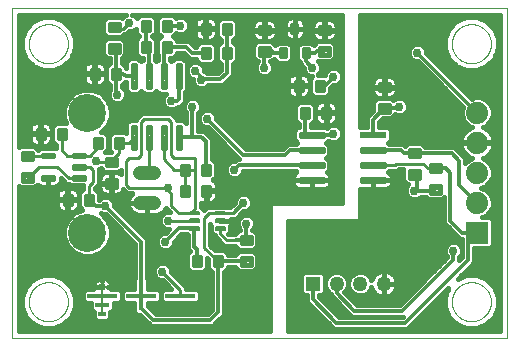
<source format=gbl>
G75*
%MOIN*%
%OFA0B0*%
%FSLAX25Y25*%
%IPPOS*%
%LPD*%
%AMOC8*
5,1,8,0,0,1.08239X$1,22.5*
%
%ADD10C,0.00000*%
%ADD11C,0.04724*%
%ADD12C,0.12661*%
%ADD13C,0.01063*%
%ADD14C,0.00974*%
%ADD15C,0.01744*%
%ADD16R,0.05000X0.05000*%
%ADD17C,0.05000*%
%ADD18R,0.07400X0.07400*%
%ADD19C,0.07400*%
%ADD20C,0.01395*%
%ADD21R,0.03543X0.01575*%
%ADD22C,0.00709*%
%ADD23R,0.09000X0.02362*%
%ADD24R,0.05000X0.01800*%
%ADD25R,0.02500X0.01800*%
%ADD26R,0.10000X0.01800*%
%ADD27C,0.00800*%
%ADD28C,0.02500*%
%ADD29R,0.01800X0.05000*%
%ADD30C,0.03000*%
%ADD31C,0.01200*%
%ADD32C,0.01600*%
%ADD33C,0.02975*%
%ADD34C,0.01000*%
D10*
X0089050Y0003800D02*
X0089050Y0113800D01*
X0254050Y0113800D01*
X0254050Y0003800D01*
X0089050Y0003800D01*
X0094550Y0015800D02*
X0094552Y0015961D01*
X0094558Y0016121D01*
X0094568Y0016282D01*
X0094582Y0016442D01*
X0094600Y0016602D01*
X0094621Y0016761D01*
X0094647Y0016920D01*
X0094677Y0017078D01*
X0094710Y0017235D01*
X0094748Y0017392D01*
X0094789Y0017547D01*
X0094834Y0017701D01*
X0094883Y0017854D01*
X0094936Y0018006D01*
X0094992Y0018157D01*
X0095053Y0018306D01*
X0095116Y0018454D01*
X0095184Y0018600D01*
X0095255Y0018744D01*
X0095329Y0018886D01*
X0095407Y0019027D01*
X0095489Y0019165D01*
X0095574Y0019302D01*
X0095662Y0019436D01*
X0095754Y0019568D01*
X0095849Y0019698D01*
X0095947Y0019826D01*
X0096048Y0019951D01*
X0096152Y0020073D01*
X0096259Y0020193D01*
X0096369Y0020310D01*
X0096482Y0020425D01*
X0096598Y0020536D01*
X0096717Y0020645D01*
X0096838Y0020750D01*
X0096962Y0020853D01*
X0097088Y0020953D01*
X0097216Y0021049D01*
X0097347Y0021142D01*
X0097481Y0021232D01*
X0097616Y0021319D01*
X0097754Y0021402D01*
X0097893Y0021482D01*
X0098035Y0021558D01*
X0098178Y0021631D01*
X0098323Y0021700D01*
X0098470Y0021766D01*
X0098618Y0021828D01*
X0098768Y0021886D01*
X0098919Y0021941D01*
X0099072Y0021992D01*
X0099226Y0022039D01*
X0099381Y0022082D01*
X0099537Y0022121D01*
X0099693Y0022157D01*
X0099851Y0022188D01*
X0100009Y0022216D01*
X0100168Y0022240D01*
X0100328Y0022260D01*
X0100488Y0022276D01*
X0100648Y0022288D01*
X0100809Y0022296D01*
X0100970Y0022300D01*
X0101130Y0022300D01*
X0101291Y0022296D01*
X0101452Y0022288D01*
X0101612Y0022276D01*
X0101772Y0022260D01*
X0101932Y0022240D01*
X0102091Y0022216D01*
X0102249Y0022188D01*
X0102407Y0022157D01*
X0102563Y0022121D01*
X0102719Y0022082D01*
X0102874Y0022039D01*
X0103028Y0021992D01*
X0103181Y0021941D01*
X0103332Y0021886D01*
X0103482Y0021828D01*
X0103630Y0021766D01*
X0103777Y0021700D01*
X0103922Y0021631D01*
X0104065Y0021558D01*
X0104207Y0021482D01*
X0104346Y0021402D01*
X0104484Y0021319D01*
X0104619Y0021232D01*
X0104753Y0021142D01*
X0104884Y0021049D01*
X0105012Y0020953D01*
X0105138Y0020853D01*
X0105262Y0020750D01*
X0105383Y0020645D01*
X0105502Y0020536D01*
X0105618Y0020425D01*
X0105731Y0020310D01*
X0105841Y0020193D01*
X0105948Y0020073D01*
X0106052Y0019951D01*
X0106153Y0019826D01*
X0106251Y0019698D01*
X0106346Y0019568D01*
X0106438Y0019436D01*
X0106526Y0019302D01*
X0106611Y0019165D01*
X0106693Y0019027D01*
X0106771Y0018886D01*
X0106845Y0018744D01*
X0106916Y0018600D01*
X0106984Y0018454D01*
X0107047Y0018306D01*
X0107108Y0018157D01*
X0107164Y0018006D01*
X0107217Y0017854D01*
X0107266Y0017701D01*
X0107311Y0017547D01*
X0107352Y0017392D01*
X0107390Y0017235D01*
X0107423Y0017078D01*
X0107453Y0016920D01*
X0107479Y0016761D01*
X0107500Y0016602D01*
X0107518Y0016442D01*
X0107532Y0016282D01*
X0107542Y0016121D01*
X0107548Y0015961D01*
X0107550Y0015800D01*
X0107548Y0015639D01*
X0107542Y0015479D01*
X0107532Y0015318D01*
X0107518Y0015158D01*
X0107500Y0014998D01*
X0107479Y0014839D01*
X0107453Y0014680D01*
X0107423Y0014522D01*
X0107390Y0014365D01*
X0107352Y0014208D01*
X0107311Y0014053D01*
X0107266Y0013899D01*
X0107217Y0013746D01*
X0107164Y0013594D01*
X0107108Y0013443D01*
X0107047Y0013294D01*
X0106984Y0013146D01*
X0106916Y0013000D01*
X0106845Y0012856D01*
X0106771Y0012714D01*
X0106693Y0012573D01*
X0106611Y0012435D01*
X0106526Y0012298D01*
X0106438Y0012164D01*
X0106346Y0012032D01*
X0106251Y0011902D01*
X0106153Y0011774D01*
X0106052Y0011649D01*
X0105948Y0011527D01*
X0105841Y0011407D01*
X0105731Y0011290D01*
X0105618Y0011175D01*
X0105502Y0011064D01*
X0105383Y0010955D01*
X0105262Y0010850D01*
X0105138Y0010747D01*
X0105012Y0010647D01*
X0104884Y0010551D01*
X0104753Y0010458D01*
X0104619Y0010368D01*
X0104484Y0010281D01*
X0104346Y0010198D01*
X0104207Y0010118D01*
X0104065Y0010042D01*
X0103922Y0009969D01*
X0103777Y0009900D01*
X0103630Y0009834D01*
X0103482Y0009772D01*
X0103332Y0009714D01*
X0103181Y0009659D01*
X0103028Y0009608D01*
X0102874Y0009561D01*
X0102719Y0009518D01*
X0102563Y0009479D01*
X0102407Y0009443D01*
X0102249Y0009412D01*
X0102091Y0009384D01*
X0101932Y0009360D01*
X0101772Y0009340D01*
X0101612Y0009324D01*
X0101452Y0009312D01*
X0101291Y0009304D01*
X0101130Y0009300D01*
X0100970Y0009300D01*
X0100809Y0009304D01*
X0100648Y0009312D01*
X0100488Y0009324D01*
X0100328Y0009340D01*
X0100168Y0009360D01*
X0100009Y0009384D01*
X0099851Y0009412D01*
X0099693Y0009443D01*
X0099537Y0009479D01*
X0099381Y0009518D01*
X0099226Y0009561D01*
X0099072Y0009608D01*
X0098919Y0009659D01*
X0098768Y0009714D01*
X0098618Y0009772D01*
X0098470Y0009834D01*
X0098323Y0009900D01*
X0098178Y0009969D01*
X0098035Y0010042D01*
X0097893Y0010118D01*
X0097754Y0010198D01*
X0097616Y0010281D01*
X0097481Y0010368D01*
X0097347Y0010458D01*
X0097216Y0010551D01*
X0097088Y0010647D01*
X0096962Y0010747D01*
X0096838Y0010850D01*
X0096717Y0010955D01*
X0096598Y0011064D01*
X0096482Y0011175D01*
X0096369Y0011290D01*
X0096259Y0011407D01*
X0096152Y0011527D01*
X0096048Y0011649D01*
X0095947Y0011774D01*
X0095849Y0011902D01*
X0095754Y0012032D01*
X0095662Y0012164D01*
X0095574Y0012298D01*
X0095489Y0012435D01*
X0095407Y0012573D01*
X0095329Y0012714D01*
X0095255Y0012856D01*
X0095184Y0013000D01*
X0095116Y0013146D01*
X0095053Y0013294D01*
X0094992Y0013443D01*
X0094936Y0013594D01*
X0094883Y0013746D01*
X0094834Y0013899D01*
X0094789Y0014053D01*
X0094748Y0014208D01*
X0094710Y0014365D01*
X0094677Y0014522D01*
X0094647Y0014680D01*
X0094621Y0014839D01*
X0094600Y0014998D01*
X0094582Y0015158D01*
X0094568Y0015318D01*
X0094558Y0015479D01*
X0094552Y0015639D01*
X0094550Y0015800D01*
X0235550Y0015800D02*
X0235552Y0015961D01*
X0235558Y0016121D01*
X0235568Y0016282D01*
X0235582Y0016442D01*
X0235600Y0016602D01*
X0235621Y0016761D01*
X0235647Y0016920D01*
X0235677Y0017078D01*
X0235710Y0017235D01*
X0235748Y0017392D01*
X0235789Y0017547D01*
X0235834Y0017701D01*
X0235883Y0017854D01*
X0235936Y0018006D01*
X0235992Y0018157D01*
X0236053Y0018306D01*
X0236116Y0018454D01*
X0236184Y0018600D01*
X0236255Y0018744D01*
X0236329Y0018886D01*
X0236407Y0019027D01*
X0236489Y0019165D01*
X0236574Y0019302D01*
X0236662Y0019436D01*
X0236754Y0019568D01*
X0236849Y0019698D01*
X0236947Y0019826D01*
X0237048Y0019951D01*
X0237152Y0020073D01*
X0237259Y0020193D01*
X0237369Y0020310D01*
X0237482Y0020425D01*
X0237598Y0020536D01*
X0237717Y0020645D01*
X0237838Y0020750D01*
X0237962Y0020853D01*
X0238088Y0020953D01*
X0238216Y0021049D01*
X0238347Y0021142D01*
X0238481Y0021232D01*
X0238616Y0021319D01*
X0238754Y0021402D01*
X0238893Y0021482D01*
X0239035Y0021558D01*
X0239178Y0021631D01*
X0239323Y0021700D01*
X0239470Y0021766D01*
X0239618Y0021828D01*
X0239768Y0021886D01*
X0239919Y0021941D01*
X0240072Y0021992D01*
X0240226Y0022039D01*
X0240381Y0022082D01*
X0240537Y0022121D01*
X0240693Y0022157D01*
X0240851Y0022188D01*
X0241009Y0022216D01*
X0241168Y0022240D01*
X0241328Y0022260D01*
X0241488Y0022276D01*
X0241648Y0022288D01*
X0241809Y0022296D01*
X0241970Y0022300D01*
X0242130Y0022300D01*
X0242291Y0022296D01*
X0242452Y0022288D01*
X0242612Y0022276D01*
X0242772Y0022260D01*
X0242932Y0022240D01*
X0243091Y0022216D01*
X0243249Y0022188D01*
X0243407Y0022157D01*
X0243563Y0022121D01*
X0243719Y0022082D01*
X0243874Y0022039D01*
X0244028Y0021992D01*
X0244181Y0021941D01*
X0244332Y0021886D01*
X0244482Y0021828D01*
X0244630Y0021766D01*
X0244777Y0021700D01*
X0244922Y0021631D01*
X0245065Y0021558D01*
X0245207Y0021482D01*
X0245346Y0021402D01*
X0245484Y0021319D01*
X0245619Y0021232D01*
X0245753Y0021142D01*
X0245884Y0021049D01*
X0246012Y0020953D01*
X0246138Y0020853D01*
X0246262Y0020750D01*
X0246383Y0020645D01*
X0246502Y0020536D01*
X0246618Y0020425D01*
X0246731Y0020310D01*
X0246841Y0020193D01*
X0246948Y0020073D01*
X0247052Y0019951D01*
X0247153Y0019826D01*
X0247251Y0019698D01*
X0247346Y0019568D01*
X0247438Y0019436D01*
X0247526Y0019302D01*
X0247611Y0019165D01*
X0247693Y0019027D01*
X0247771Y0018886D01*
X0247845Y0018744D01*
X0247916Y0018600D01*
X0247984Y0018454D01*
X0248047Y0018306D01*
X0248108Y0018157D01*
X0248164Y0018006D01*
X0248217Y0017854D01*
X0248266Y0017701D01*
X0248311Y0017547D01*
X0248352Y0017392D01*
X0248390Y0017235D01*
X0248423Y0017078D01*
X0248453Y0016920D01*
X0248479Y0016761D01*
X0248500Y0016602D01*
X0248518Y0016442D01*
X0248532Y0016282D01*
X0248542Y0016121D01*
X0248548Y0015961D01*
X0248550Y0015800D01*
X0248548Y0015639D01*
X0248542Y0015479D01*
X0248532Y0015318D01*
X0248518Y0015158D01*
X0248500Y0014998D01*
X0248479Y0014839D01*
X0248453Y0014680D01*
X0248423Y0014522D01*
X0248390Y0014365D01*
X0248352Y0014208D01*
X0248311Y0014053D01*
X0248266Y0013899D01*
X0248217Y0013746D01*
X0248164Y0013594D01*
X0248108Y0013443D01*
X0248047Y0013294D01*
X0247984Y0013146D01*
X0247916Y0013000D01*
X0247845Y0012856D01*
X0247771Y0012714D01*
X0247693Y0012573D01*
X0247611Y0012435D01*
X0247526Y0012298D01*
X0247438Y0012164D01*
X0247346Y0012032D01*
X0247251Y0011902D01*
X0247153Y0011774D01*
X0247052Y0011649D01*
X0246948Y0011527D01*
X0246841Y0011407D01*
X0246731Y0011290D01*
X0246618Y0011175D01*
X0246502Y0011064D01*
X0246383Y0010955D01*
X0246262Y0010850D01*
X0246138Y0010747D01*
X0246012Y0010647D01*
X0245884Y0010551D01*
X0245753Y0010458D01*
X0245619Y0010368D01*
X0245484Y0010281D01*
X0245346Y0010198D01*
X0245207Y0010118D01*
X0245065Y0010042D01*
X0244922Y0009969D01*
X0244777Y0009900D01*
X0244630Y0009834D01*
X0244482Y0009772D01*
X0244332Y0009714D01*
X0244181Y0009659D01*
X0244028Y0009608D01*
X0243874Y0009561D01*
X0243719Y0009518D01*
X0243563Y0009479D01*
X0243407Y0009443D01*
X0243249Y0009412D01*
X0243091Y0009384D01*
X0242932Y0009360D01*
X0242772Y0009340D01*
X0242612Y0009324D01*
X0242452Y0009312D01*
X0242291Y0009304D01*
X0242130Y0009300D01*
X0241970Y0009300D01*
X0241809Y0009304D01*
X0241648Y0009312D01*
X0241488Y0009324D01*
X0241328Y0009340D01*
X0241168Y0009360D01*
X0241009Y0009384D01*
X0240851Y0009412D01*
X0240693Y0009443D01*
X0240537Y0009479D01*
X0240381Y0009518D01*
X0240226Y0009561D01*
X0240072Y0009608D01*
X0239919Y0009659D01*
X0239768Y0009714D01*
X0239618Y0009772D01*
X0239470Y0009834D01*
X0239323Y0009900D01*
X0239178Y0009969D01*
X0239035Y0010042D01*
X0238893Y0010118D01*
X0238754Y0010198D01*
X0238616Y0010281D01*
X0238481Y0010368D01*
X0238347Y0010458D01*
X0238216Y0010551D01*
X0238088Y0010647D01*
X0237962Y0010747D01*
X0237838Y0010850D01*
X0237717Y0010955D01*
X0237598Y0011064D01*
X0237482Y0011175D01*
X0237369Y0011290D01*
X0237259Y0011407D01*
X0237152Y0011527D01*
X0237048Y0011649D01*
X0236947Y0011774D01*
X0236849Y0011902D01*
X0236754Y0012032D01*
X0236662Y0012164D01*
X0236574Y0012298D01*
X0236489Y0012435D01*
X0236407Y0012573D01*
X0236329Y0012714D01*
X0236255Y0012856D01*
X0236184Y0013000D01*
X0236116Y0013146D01*
X0236053Y0013294D01*
X0235992Y0013443D01*
X0235936Y0013594D01*
X0235883Y0013746D01*
X0235834Y0013899D01*
X0235789Y0014053D01*
X0235748Y0014208D01*
X0235710Y0014365D01*
X0235677Y0014522D01*
X0235647Y0014680D01*
X0235621Y0014839D01*
X0235600Y0014998D01*
X0235582Y0015158D01*
X0235568Y0015318D01*
X0235558Y0015479D01*
X0235552Y0015639D01*
X0235550Y0015800D01*
X0235550Y0101800D02*
X0235552Y0101961D01*
X0235558Y0102121D01*
X0235568Y0102282D01*
X0235582Y0102442D01*
X0235600Y0102602D01*
X0235621Y0102761D01*
X0235647Y0102920D01*
X0235677Y0103078D01*
X0235710Y0103235D01*
X0235748Y0103392D01*
X0235789Y0103547D01*
X0235834Y0103701D01*
X0235883Y0103854D01*
X0235936Y0104006D01*
X0235992Y0104157D01*
X0236053Y0104306D01*
X0236116Y0104454D01*
X0236184Y0104600D01*
X0236255Y0104744D01*
X0236329Y0104886D01*
X0236407Y0105027D01*
X0236489Y0105165D01*
X0236574Y0105302D01*
X0236662Y0105436D01*
X0236754Y0105568D01*
X0236849Y0105698D01*
X0236947Y0105826D01*
X0237048Y0105951D01*
X0237152Y0106073D01*
X0237259Y0106193D01*
X0237369Y0106310D01*
X0237482Y0106425D01*
X0237598Y0106536D01*
X0237717Y0106645D01*
X0237838Y0106750D01*
X0237962Y0106853D01*
X0238088Y0106953D01*
X0238216Y0107049D01*
X0238347Y0107142D01*
X0238481Y0107232D01*
X0238616Y0107319D01*
X0238754Y0107402D01*
X0238893Y0107482D01*
X0239035Y0107558D01*
X0239178Y0107631D01*
X0239323Y0107700D01*
X0239470Y0107766D01*
X0239618Y0107828D01*
X0239768Y0107886D01*
X0239919Y0107941D01*
X0240072Y0107992D01*
X0240226Y0108039D01*
X0240381Y0108082D01*
X0240537Y0108121D01*
X0240693Y0108157D01*
X0240851Y0108188D01*
X0241009Y0108216D01*
X0241168Y0108240D01*
X0241328Y0108260D01*
X0241488Y0108276D01*
X0241648Y0108288D01*
X0241809Y0108296D01*
X0241970Y0108300D01*
X0242130Y0108300D01*
X0242291Y0108296D01*
X0242452Y0108288D01*
X0242612Y0108276D01*
X0242772Y0108260D01*
X0242932Y0108240D01*
X0243091Y0108216D01*
X0243249Y0108188D01*
X0243407Y0108157D01*
X0243563Y0108121D01*
X0243719Y0108082D01*
X0243874Y0108039D01*
X0244028Y0107992D01*
X0244181Y0107941D01*
X0244332Y0107886D01*
X0244482Y0107828D01*
X0244630Y0107766D01*
X0244777Y0107700D01*
X0244922Y0107631D01*
X0245065Y0107558D01*
X0245207Y0107482D01*
X0245346Y0107402D01*
X0245484Y0107319D01*
X0245619Y0107232D01*
X0245753Y0107142D01*
X0245884Y0107049D01*
X0246012Y0106953D01*
X0246138Y0106853D01*
X0246262Y0106750D01*
X0246383Y0106645D01*
X0246502Y0106536D01*
X0246618Y0106425D01*
X0246731Y0106310D01*
X0246841Y0106193D01*
X0246948Y0106073D01*
X0247052Y0105951D01*
X0247153Y0105826D01*
X0247251Y0105698D01*
X0247346Y0105568D01*
X0247438Y0105436D01*
X0247526Y0105302D01*
X0247611Y0105165D01*
X0247693Y0105027D01*
X0247771Y0104886D01*
X0247845Y0104744D01*
X0247916Y0104600D01*
X0247984Y0104454D01*
X0248047Y0104306D01*
X0248108Y0104157D01*
X0248164Y0104006D01*
X0248217Y0103854D01*
X0248266Y0103701D01*
X0248311Y0103547D01*
X0248352Y0103392D01*
X0248390Y0103235D01*
X0248423Y0103078D01*
X0248453Y0102920D01*
X0248479Y0102761D01*
X0248500Y0102602D01*
X0248518Y0102442D01*
X0248532Y0102282D01*
X0248542Y0102121D01*
X0248548Y0101961D01*
X0248550Y0101800D01*
X0248548Y0101639D01*
X0248542Y0101479D01*
X0248532Y0101318D01*
X0248518Y0101158D01*
X0248500Y0100998D01*
X0248479Y0100839D01*
X0248453Y0100680D01*
X0248423Y0100522D01*
X0248390Y0100365D01*
X0248352Y0100208D01*
X0248311Y0100053D01*
X0248266Y0099899D01*
X0248217Y0099746D01*
X0248164Y0099594D01*
X0248108Y0099443D01*
X0248047Y0099294D01*
X0247984Y0099146D01*
X0247916Y0099000D01*
X0247845Y0098856D01*
X0247771Y0098714D01*
X0247693Y0098573D01*
X0247611Y0098435D01*
X0247526Y0098298D01*
X0247438Y0098164D01*
X0247346Y0098032D01*
X0247251Y0097902D01*
X0247153Y0097774D01*
X0247052Y0097649D01*
X0246948Y0097527D01*
X0246841Y0097407D01*
X0246731Y0097290D01*
X0246618Y0097175D01*
X0246502Y0097064D01*
X0246383Y0096955D01*
X0246262Y0096850D01*
X0246138Y0096747D01*
X0246012Y0096647D01*
X0245884Y0096551D01*
X0245753Y0096458D01*
X0245619Y0096368D01*
X0245484Y0096281D01*
X0245346Y0096198D01*
X0245207Y0096118D01*
X0245065Y0096042D01*
X0244922Y0095969D01*
X0244777Y0095900D01*
X0244630Y0095834D01*
X0244482Y0095772D01*
X0244332Y0095714D01*
X0244181Y0095659D01*
X0244028Y0095608D01*
X0243874Y0095561D01*
X0243719Y0095518D01*
X0243563Y0095479D01*
X0243407Y0095443D01*
X0243249Y0095412D01*
X0243091Y0095384D01*
X0242932Y0095360D01*
X0242772Y0095340D01*
X0242612Y0095324D01*
X0242452Y0095312D01*
X0242291Y0095304D01*
X0242130Y0095300D01*
X0241970Y0095300D01*
X0241809Y0095304D01*
X0241648Y0095312D01*
X0241488Y0095324D01*
X0241328Y0095340D01*
X0241168Y0095360D01*
X0241009Y0095384D01*
X0240851Y0095412D01*
X0240693Y0095443D01*
X0240537Y0095479D01*
X0240381Y0095518D01*
X0240226Y0095561D01*
X0240072Y0095608D01*
X0239919Y0095659D01*
X0239768Y0095714D01*
X0239618Y0095772D01*
X0239470Y0095834D01*
X0239323Y0095900D01*
X0239178Y0095969D01*
X0239035Y0096042D01*
X0238893Y0096118D01*
X0238754Y0096198D01*
X0238616Y0096281D01*
X0238481Y0096368D01*
X0238347Y0096458D01*
X0238216Y0096551D01*
X0238088Y0096647D01*
X0237962Y0096747D01*
X0237838Y0096850D01*
X0237717Y0096955D01*
X0237598Y0097064D01*
X0237482Y0097175D01*
X0237369Y0097290D01*
X0237259Y0097407D01*
X0237152Y0097527D01*
X0237048Y0097649D01*
X0236947Y0097774D01*
X0236849Y0097902D01*
X0236754Y0098032D01*
X0236662Y0098164D01*
X0236574Y0098298D01*
X0236489Y0098435D01*
X0236407Y0098573D01*
X0236329Y0098714D01*
X0236255Y0098856D01*
X0236184Y0099000D01*
X0236116Y0099146D01*
X0236053Y0099294D01*
X0235992Y0099443D01*
X0235936Y0099594D01*
X0235883Y0099746D01*
X0235834Y0099899D01*
X0235789Y0100053D01*
X0235748Y0100208D01*
X0235710Y0100365D01*
X0235677Y0100522D01*
X0235647Y0100680D01*
X0235621Y0100839D01*
X0235600Y0100998D01*
X0235582Y0101158D01*
X0235568Y0101318D01*
X0235558Y0101479D01*
X0235552Y0101639D01*
X0235550Y0101800D01*
X0094550Y0101800D02*
X0094552Y0101961D01*
X0094558Y0102121D01*
X0094568Y0102282D01*
X0094582Y0102442D01*
X0094600Y0102602D01*
X0094621Y0102761D01*
X0094647Y0102920D01*
X0094677Y0103078D01*
X0094710Y0103235D01*
X0094748Y0103392D01*
X0094789Y0103547D01*
X0094834Y0103701D01*
X0094883Y0103854D01*
X0094936Y0104006D01*
X0094992Y0104157D01*
X0095053Y0104306D01*
X0095116Y0104454D01*
X0095184Y0104600D01*
X0095255Y0104744D01*
X0095329Y0104886D01*
X0095407Y0105027D01*
X0095489Y0105165D01*
X0095574Y0105302D01*
X0095662Y0105436D01*
X0095754Y0105568D01*
X0095849Y0105698D01*
X0095947Y0105826D01*
X0096048Y0105951D01*
X0096152Y0106073D01*
X0096259Y0106193D01*
X0096369Y0106310D01*
X0096482Y0106425D01*
X0096598Y0106536D01*
X0096717Y0106645D01*
X0096838Y0106750D01*
X0096962Y0106853D01*
X0097088Y0106953D01*
X0097216Y0107049D01*
X0097347Y0107142D01*
X0097481Y0107232D01*
X0097616Y0107319D01*
X0097754Y0107402D01*
X0097893Y0107482D01*
X0098035Y0107558D01*
X0098178Y0107631D01*
X0098323Y0107700D01*
X0098470Y0107766D01*
X0098618Y0107828D01*
X0098768Y0107886D01*
X0098919Y0107941D01*
X0099072Y0107992D01*
X0099226Y0108039D01*
X0099381Y0108082D01*
X0099537Y0108121D01*
X0099693Y0108157D01*
X0099851Y0108188D01*
X0100009Y0108216D01*
X0100168Y0108240D01*
X0100328Y0108260D01*
X0100488Y0108276D01*
X0100648Y0108288D01*
X0100809Y0108296D01*
X0100970Y0108300D01*
X0101130Y0108300D01*
X0101291Y0108296D01*
X0101452Y0108288D01*
X0101612Y0108276D01*
X0101772Y0108260D01*
X0101932Y0108240D01*
X0102091Y0108216D01*
X0102249Y0108188D01*
X0102407Y0108157D01*
X0102563Y0108121D01*
X0102719Y0108082D01*
X0102874Y0108039D01*
X0103028Y0107992D01*
X0103181Y0107941D01*
X0103332Y0107886D01*
X0103482Y0107828D01*
X0103630Y0107766D01*
X0103777Y0107700D01*
X0103922Y0107631D01*
X0104065Y0107558D01*
X0104207Y0107482D01*
X0104346Y0107402D01*
X0104484Y0107319D01*
X0104619Y0107232D01*
X0104753Y0107142D01*
X0104884Y0107049D01*
X0105012Y0106953D01*
X0105138Y0106853D01*
X0105262Y0106750D01*
X0105383Y0106645D01*
X0105502Y0106536D01*
X0105618Y0106425D01*
X0105731Y0106310D01*
X0105841Y0106193D01*
X0105948Y0106073D01*
X0106052Y0105951D01*
X0106153Y0105826D01*
X0106251Y0105698D01*
X0106346Y0105568D01*
X0106438Y0105436D01*
X0106526Y0105302D01*
X0106611Y0105165D01*
X0106693Y0105027D01*
X0106771Y0104886D01*
X0106845Y0104744D01*
X0106916Y0104600D01*
X0106984Y0104454D01*
X0107047Y0104306D01*
X0107108Y0104157D01*
X0107164Y0104006D01*
X0107217Y0103854D01*
X0107266Y0103701D01*
X0107311Y0103547D01*
X0107352Y0103392D01*
X0107390Y0103235D01*
X0107423Y0103078D01*
X0107453Y0102920D01*
X0107479Y0102761D01*
X0107500Y0102602D01*
X0107518Y0102442D01*
X0107532Y0102282D01*
X0107542Y0102121D01*
X0107548Y0101961D01*
X0107550Y0101800D01*
X0107548Y0101639D01*
X0107542Y0101479D01*
X0107532Y0101318D01*
X0107518Y0101158D01*
X0107500Y0100998D01*
X0107479Y0100839D01*
X0107453Y0100680D01*
X0107423Y0100522D01*
X0107390Y0100365D01*
X0107352Y0100208D01*
X0107311Y0100053D01*
X0107266Y0099899D01*
X0107217Y0099746D01*
X0107164Y0099594D01*
X0107108Y0099443D01*
X0107047Y0099294D01*
X0106984Y0099146D01*
X0106916Y0099000D01*
X0106845Y0098856D01*
X0106771Y0098714D01*
X0106693Y0098573D01*
X0106611Y0098435D01*
X0106526Y0098298D01*
X0106438Y0098164D01*
X0106346Y0098032D01*
X0106251Y0097902D01*
X0106153Y0097774D01*
X0106052Y0097649D01*
X0105948Y0097527D01*
X0105841Y0097407D01*
X0105731Y0097290D01*
X0105618Y0097175D01*
X0105502Y0097064D01*
X0105383Y0096955D01*
X0105262Y0096850D01*
X0105138Y0096747D01*
X0105012Y0096647D01*
X0104884Y0096551D01*
X0104753Y0096458D01*
X0104619Y0096368D01*
X0104484Y0096281D01*
X0104346Y0096198D01*
X0104207Y0096118D01*
X0104065Y0096042D01*
X0103922Y0095969D01*
X0103777Y0095900D01*
X0103630Y0095834D01*
X0103482Y0095772D01*
X0103332Y0095714D01*
X0103181Y0095659D01*
X0103028Y0095608D01*
X0102874Y0095561D01*
X0102719Y0095518D01*
X0102563Y0095479D01*
X0102407Y0095443D01*
X0102249Y0095412D01*
X0102091Y0095384D01*
X0101932Y0095360D01*
X0101772Y0095340D01*
X0101612Y0095324D01*
X0101452Y0095312D01*
X0101291Y0095304D01*
X0101130Y0095300D01*
X0100970Y0095300D01*
X0100809Y0095304D01*
X0100648Y0095312D01*
X0100488Y0095324D01*
X0100328Y0095340D01*
X0100168Y0095360D01*
X0100009Y0095384D01*
X0099851Y0095412D01*
X0099693Y0095443D01*
X0099537Y0095479D01*
X0099381Y0095518D01*
X0099226Y0095561D01*
X0099072Y0095608D01*
X0098919Y0095659D01*
X0098768Y0095714D01*
X0098618Y0095772D01*
X0098470Y0095834D01*
X0098323Y0095900D01*
X0098178Y0095969D01*
X0098035Y0096042D01*
X0097893Y0096118D01*
X0097754Y0096198D01*
X0097616Y0096281D01*
X0097481Y0096368D01*
X0097347Y0096458D01*
X0097216Y0096551D01*
X0097088Y0096647D01*
X0096962Y0096747D01*
X0096838Y0096850D01*
X0096717Y0096955D01*
X0096598Y0097064D01*
X0096482Y0097175D01*
X0096369Y0097290D01*
X0096259Y0097407D01*
X0096152Y0097527D01*
X0096048Y0097649D01*
X0095947Y0097774D01*
X0095849Y0097902D01*
X0095754Y0098032D01*
X0095662Y0098164D01*
X0095574Y0098298D01*
X0095489Y0098435D01*
X0095407Y0098573D01*
X0095329Y0098714D01*
X0095255Y0098856D01*
X0095184Y0099000D01*
X0095116Y0099146D01*
X0095053Y0099294D01*
X0094992Y0099443D01*
X0094936Y0099594D01*
X0094883Y0099746D01*
X0094834Y0099899D01*
X0094789Y0100053D01*
X0094748Y0100208D01*
X0094710Y0100365D01*
X0094677Y0100522D01*
X0094647Y0100680D01*
X0094621Y0100839D01*
X0094600Y0100998D01*
X0094582Y0101158D01*
X0094568Y0101318D01*
X0094558Y0101479D01*
X0094552Y0101639D01*
X0094550Y0101800D01*
D11*
X0131688Y0058800D02*
X0136412Y0058800D01*
X0136412Y0048800D02*
X0131688Y0048800D01*
D12*
X0114050Y0038800D03*
X0114050Y0078800D03*
D13*
X0128900Y0074533D02*
X0130200Y0074533D01*
X0130200Y0066595D01*
X0128900Y0066595D01*
X0128900Y0074533D01*
X0128900Y0067657D02*
X0130200Y0067657D01*
X0130200Y0068719D02*
X0128900Y0068719D01*
X0128900Y0069781D02*
X0130200Y0069781D01*
X0130200Y0070843D02*
X0128900Y0070843D01*
X0128900Y0071905D02*
X0130200Y0071905D01*
X0130200Y0072967D02*
X0128900Y0072967D01*
X0128900Y0074029D02*
X0130200Y0074029D01*
X0133900Y0074533D02*
X0135200Y0074533D01*
X0135200Y0066595D01*
X0133900Y0066595D01*
X0133900Y0074533D01*
X0133900Y0067657D02*
X0135200Y0067657D01*
X0135200Y0068719D02*
X0133900Y0068719D01*
X0133900Y0069781D02*
X0135200Y0069781D01*
X0135200Y0070843D02*
X0133900Y0070843D01*
X0133900Y0071905D02*
X0135200Y0071905D01*
X0135200Y0072967D02*
X0133900Y0072967D01*
X0133900Y0074029D02*
X0135200Y0074029D01*
X0138900Y0074533D02*
X0140200Y0074533D01*
X0140200Y0066595D01*
X0138900Y0066595D01*
X0138900Y0074533D01*
X0138900Y0067657D02*
X0140200Y0067657D01*
X0140200Y0068719D02*
X0138900Y0068719D01*
X0138900Y0069781D02*
X0140200Y0069781D01*
X0140200Y0070843D02*
X0138900Y0070843D01*
X0138900Y0071905D02*
X0140200Y0071905D01*
X0140200Y0072967D02*
X0138900Y0072967D01*
X0138900Y0074029D02*
X0140200Y0074029D01*
X0143900Y0074533D02*
X0145200Y0074533D01*
X0145200Y0066595D01*
X0143900Y0066595D01*
X0143900Y0074533D01*
X0143900Y0067657D02*
X0145200Y0067657D01*
X0145200Y0068719D02*
X0143900Y0068719D01*
X0143900Y0069781D02*
X0145200Y0069781D01*
X0145200Y0070843D02*
X0143900Y0070843D01*
X0143900Y0071905D02*
X0145200Y0071905D01*
X0145200Y0072967D02*
X0143900Y0072967D01*
X0143900Y0074029D02*
X0145200Y0074029D01*
X0145200Y0095005D02*
X0143900Y0095005D01*
X0145200Y0095005D02*
X0145200Y0087067D01*
X0143900Y0087067D01*
X0143900Y0095005D01*
X0143900Y0088129D02*
X0145200Y0088129D01*
X0145200Y0089191D02*
X0143900Y0089191D01*
X0143900Y0090253D02*
X0145200Y0090253D01*
X0145200Y0091315D02*
X0143900Y0091315D01*
X0143900Y0092377D02*
X0145200Y0092377D01*
X0145200Y0093439D02*
X0143900Y0093439D01*
X0143900Y0094501D02*
X0145200Y0094501D01*
X0140200Y0095005D02*
X0138900Y0095005D01*
X0140200Y0095005D02*
X0140200Y0087067D01*
X0138900Y0087067D01*
X0138900Y0095005D01*
X0138900Y0088129D02*
X0140200Y0088129D01*
X0140200Y0089191D02*
X0138900Y0089191D01*
X0138900Y0090253D02*
X0140200Y0090253D01*
X0140200Y0091315D02*
X0138900Y0091315D01*
X0138900Y0092377D02*
X0140200Y0092377D01*
X0140200Y0093439D02*
X0138900Y0093439D01*
X0138900Y0094501D02*
X0140200Y0094501D01*
X0135200Y0095005D02*
X0133900Y0095005D01*
X0135200Y0095005D02*
X0135200Y0087067D01*
X0133900Y0087067D01*
X0133900Y0095005D01*
X0133900Y0088129D02*
X0135200Y0088129D01*
X0135200Y0089191D02*
X0133900Y0089191D01*
X0133900Y0090253D02*
X0135200Y0090253D01*
X0135200Y0091315D02*
X0133900Y0091315D01*
X0133900Y0092377D02*
X0135200Y0092377D01*
X0135200Y0093439D02*
X0133900Y0093439D01*
X0133900Y0094501D02*
X0135200Y0094501D01*
X0130200Y0095005D02*
X0128900Y0095005D01*
X0130200Y0095005D02*
X0130200Y0087067D01*
X0128900Y0087067D01*
X0128900Y0095005D01*
X0128900Y0088129D02*
X0130200Y0088129D01*
X0130200Y0089191D02*
X0128900Y0089191D01*
X0128900Y0090253D02*
X0130200Y0090253D01*
X0130200Y0091315D02*
X0128900Y0091315D01*
X0128900Y0092377D02*
X0130200Y0092377D01*
X0130200Y0093439D02*
X0128900Y0093439D01*
X0128900Y0094501D02*
X0130200Y0094501D01*
X0184845Y0071950D02*
X0184845Y0070650D01*
X0184845Y0071950D02*
X0192783Y0071950D01*
X0192783Y0070650D01*
X0184845Y0070650D01*
X0184845Y0071712D02*
X0192783Y0071712D01*
X0184845Y0066950D02*
X0184845Y0065650D01*
X0184845Y0066950D02*
X0192783Y0066950D01*
X0192783Y0065650D01*
X0184845Y0065650D01*
X0184845Y0066712D02*
X0192783Y0066712D01*
X0184845Y0061950D02*
X0184845Y0060650D01*
X0184845Y0061950D02*
X0192783Y0061950D01*
X0192783Y0060650D01*
X0184845Y0060650D01*
X0184845Y0061712D02*
X0192783Y0061712D01*
X0184845Y0056950D02*
X0184845Y0055650D01*
X0184845Y0056950D02*
X0192783Y0056950D01*
X0192783Y0055650D01*
X0184845Y0055650D01*
X0184845Y0056712D02*
X0192783Y0056712D01*
X0205317Y0056950D02*
X0205317Y0055650D01*
X0205317Y0056950D02*
X0213255Y0056950D01*
X0213255Y0055650D01*
X0205317Y0055650D01*
X0205317Y0056712D02*
X0213255Y0056712D01*
X0205317Y0060650D02*
X0205317Y0061950D01*
X0213255Y0061950D01*
X0213255Y0060650D01*
X0205317Y0060650D01*
X0205317Y0061712D02*
X0213255Y0061712D01*
X0205317Y0065650D02*
X0205317Y0066950D01*
X0213255Y0066950D01*
X0213255Y0065650D01*
X0205317Y0065650D01*
X0205317Y0066712D02*
X0213255Y0066712D01*
D14*
X0109155Y0065135D02*
X0109155Y0063945D01*
X0109155Y0065135D02*
X0113181Y0065135D01*
X0113181Y0063945D01*
X0109155Y0063945D01*
X0109155Y0064918D02*
X0113181Y0064918D01*
X0109155Y0061395D02*
X0109155Y0060205D01*
X0109155Y0061395D02*
X0113181Y0061395D01*
X0113181Y0060205D01*
X0109155Y0060205D01*
X0109155Y0061178D02*
X0113181Y0061178D01*
X0109155Y0057655D02*
X0109155Y0056465D01*
X0109155Y0057655D02*
X0113181Y0057655D01*
X0113181Y0056465D01*
X0109155Y0056465D01*
X0109155Y0057438D02*
X0113181Y0057438D01*
X0098919Y0057655D02*
X0098919Y0056465D01*
X0098919Y0057655D02*
X0102945Y0057655D01*
X0102945Y0056465D01*
X0098919Y0056465D01*
X0098919Y0057438D02*
X0102945Y0057438D01*
X0098919Y0063945D02*
X0098919Y0065135D01*
X0102945Y0065135D01*
X0102945Y0063945D01*
X0098919Y0063945D01*
X0098919Y0064918D02*
X0102945Y0064918D01*
D15*
X0095428Y0065408D02*
X0095428Y0063278D01*
X0092672Y0063278D01*
X0092672Y0065408D01*
X0095428Y0065408D01*
X0095428Y0065021D02*
X0092672Y0065021D01*
X0097442Y0070422D02*
X0099572Y0070422D01*
X0097442Y0070422D02*
X0097442Y0073178D01*
X0099572Y0073178D01*
X0099572Y0070422D01*
X0099572Y0072165D02*
X0097442Y0072165D01*
X0104528Y0070422D02*
X0106658Y0070422D01*
X0104528Y0070422D02*
X0104528Y0073178D01*
X0106658Y0073178D01*
X0106658Y0070422D01*
X0106658Y0072165D02*
X0104528Y0072165D01*
X0116442Y0067422D02*
X0118572Y0067422D01*
X0116442Y0067422D02*
X0116442Y0070178D01*
X0118572Y0070178D01*
X0118572Y0067422D01*
X0118572Y0069165D02*
X0116442Y0069165D01*
X0123528Y0067422D02*
X0125658Y0067422D01*
X0123528Y0067422D02*
X0123528Y0070178D01*
X0125658Y0070178D01*
X0125658Y0067422D01*
X0125658Y0069165D02*
X0123528Y0069165D01*
X0123428Y0063408D02*
X0123428Y0061278D01*
X0120672Y0061278D01*
X0120672Y0063408D01*
X0123428Y0063408D01*
X0123428Y0063021D02*
X0120672Y0063021D01*
X0123428Y0056322D02*
X0123428Y0054192D01*
X0120672Y0054192D01*
X0120672Y0056322D01*
X0123428Y0056322D01*
X0123428Y0055935D02*
X0120672Y0055935D01*
X0115658Y0051178D02*
X0113528Y0051178D01*
X0115658Y0051178D02*
X0115658Y0048422D01*
X0113528Y0048422D01*
X0113528Y0051178D01*
X0113528Y0050165D02*
X0115658Y0050165D01*
X0108572Y0051178D02*
X0106442Y0051178D01*
X0108572Y0051178D02*
X0108572Y0048422D01*
X0106442Y0048422D01*
X0106442Y0051178D01*
X0106442Y0050165D02*
X0108572Y0050165D01*
X0095428Y0056192D02*
X0095428Y0058322D01*
X0095428Y0056192D02*
X0092672Y0056192D01*
X0092672Y0058322D01*
X0095428Y0058322D01*
X0095428Y0057935D02*
X0092672Y0057935D01*
X0145442Y0061178D02*
X0147572Y0061178D01*
X0147572Y0058422D01*
X0145442Y0058422D01*
X0145442Y0061178D01*
X0145442Y0060165D02*
X0147572Y0060165D01*
X0152528Y0061178D02*
X0154658Y0061178D01*
X0154658Y0058422D01*
X0152528Y0058422D01*
X0152528Y0061178D01*
X0152528Y0060165D02*
X0154658Y0060165D01*
X0154658Y0054178D02*
X0152528Y0054178D01*
X0154658Y0054178D02*
X0154658Y0051422D01*
X0152528Y0051422D01*
X0152528Y0054178D01*
X0152528Y0053165D02*
X0154658Y0053165D01*
X0147572Y0054178D02*
X0145442Y0054178D01*
X0147572Y0054178D02*
X0147572Y0051422D01*
X0145442Y0051422D01*
X0145442Y0054178D01*
X0145442Y0053165D02*
X0147572Y0053165D01*
X0168428Y0037408D02*
X0168428Y0035278D01*
X0165672Y0035278D01*
X0165672Y0037408D01*
X0168428Y0037408D01*
X0168428Y0037021D02*
X0165672Y0037021D01*
X0168428Y0030322D02*
X0168428Y0028192D01*
X0165672Y0028192D01*
X0165672Y0030322D01*
X0168428Y0030322D01*
X0168428Y0029935D02*
X0165672Y0029935D01*
X0158658Y0027922D02*
X0156528Y0027922D01*
X0156528Y0030678D01*
X0158658Y0030678D01*
X0158658Y0027922D01*
X0158658Y0029665D02*
X0156528Y0029665D01*
X0151572Y0027922D02*
X0149442Y0027922D01*
X0149442Y0030678D01*
X0151572Y0030678D01*
X0151572Y0027922D01*
X0151572Y0029665D02*
X0149442Y0029665D01*
X0221672Y0057192D02*
X0221672Y0059322D01*
X0224428Y0059322D01*
X0224428Y0057192D01*
X0221672Y0057192D01*
X0221672Y0058935D02*
X0224428Y0058935D01*
X0228672Y0059278D02*
X0228672Y0061408D01*
X0231428Y0061408D01*
X0231428Y0059278D01*
X0228672Y0059278D01*
X0228672Y0061021D02*
X0231428Y0061021D01*
X0221672Y0064278D02*
X0221672Y0066408D01*
X0224428Y0066408D01*
X0224428Y0064278D01*
X0221672Y0064278D01*
X0221672Y0066021D02*
X0224428Y0066021D01*
X0228672Y0054322D02*
X0228672Y0052192D01*
X0228672Y0054322D02*
X0231428Y0054322D01*
X0231428Y0052192D01*
X0228672Y0052192D01*
X0228672Y0053935D02*
X0231428Y0053935D01*
X0194658Y0080178D02*
X0192528Y0080178D01*
X0194658Y0080178D02*
X0194658Y0077422D01*
X0192528Y0077422D01*
X0192528Y0080178D01*
X0192528Y0079165D02*
X0194658Y0079165D01*
X0187572Y0080178D02*
X0185442Y0080178D01*
X0187572Y0080178D02*
X0187572Y0077422D01*
X0185442Y0077422D01*
X0185442Y0080178D01*
X0185442Y0079165D02*
X0187572Y0079165D01*
X0185572Y0086422D02*
X0183442Y0086422D01*
X0183442Y0089178D01*
X0185572Y0089178D01*
X0185572Y0086422D01*
X0185572Y0088165D02*
X0183442Y0088165D01*
X0190528Y0086422D02*
X0192658Y0086422D01*
X0190528Y0086422D02*
X0190528Y0089178D01*
X0192658Y0089178D01*
X0192658Y0086422D01*
X0192658Y0088165D02*
X0190528Y0088165D01*
X0211672Y0088408D02*
X0211672Y0086278D01*
X0211672Y0088408D02*
X0214428Y0088408D01*
X0214428Y0086278D01*
X0211672Y0086278D01*
X0211672Y0088021D02*
X0214428Y0088021D01*
X0211672Y0081322D02*
X0211672Y0079192D01*
X0211672Y0081322D02*
X0214428Y0081322D01*
X0214428Y0079192D01*
X0211672Y0079192D01*
X0211672Y0080935D02*
X0214428Y0080935D01*
X0194428Y0098192D02*
X0194428Y0100322D01*
X0194428Y0098192D02*
X0191672Y0098192D01*
X0191672Y0100322D01*
X0194428Y0100322D01*
X0194428Y0099935D02*
X0191672Y0099935D01*
X0194428Y0105278D02*
X0194428Y0107408D01*
X0194428Y0105278D02*
X0191672Y0105278D01*
X0191672Y0107408D01*
X0194428Y0107408D01*
X0194428Y0107021D02*
X0191672Y0107021D01*
X0174428Y0107408D02*
X0174428Y0105278D01*
X0171672Y0105278D01*
X0171672Y0107408D01*
X0174428Y0107408D01*
X0174428Y0107021D02*
X0171672Y0107021D01*
X0161658Y0108178D02*
X0159528Y0108178D01*
X0161658Y0108178D02*
X0161658Y0105422D01*
X0159528Y0105422D01*
X0159528Y0108178D01*
X0159528Y0107165D02*
X0161658Y0107165D01*
X0154572Y0108178D02*
X0152442Y0108178D01*
X0154572Y0108178D02*
X0154572Y0105422D01*
X0152442Y0105422D01*
X0152442Y0108178D01*
X0152442Y0107165D02*
X0154572Y0107165D01*
X0141658Y0109178D02*
X0139528Y0109178D01*
X0141658Y0109178D02*
X0141658Y0106422D01*
X0139528Y0106422D01*
X0139528Y0109178D01*
X0139528Y0108165D02*
X0141658Y0108165D01*
X0134572Y0109178D02*
X0132442Y0109178D01*
X0134572Y0109178D02*
X0134572Y0106422D01*
X0132442Y0106422D01*
X0132442Y0109178D01*
X0132442Y0108165D02*
X0134572Y0108165D01*
X0121672Y0108408D02*
X0121672Y0106278D01*
X0121672Y0108408D02*
X0124428Y0108408D01*
X0124428Y0106278D01*
X0121672Y0106278D01*
X0121672Y0108021D02*
X0124428Y0108021D01*
X0121672Y0101322D02*
X0121672Y0099192D01*
X0121672Y0101322D02*
X0124428Y0101322D01*
X0124428Y0099192D01*
X0121672Y0099192D01*
X0121672Y0100935D02*
X0124428Y0100935D01*
X0132442Y0099422D02*
X0134572Y0099422D01*
X0132442Y0099422D02*
X0132442Y0102178D01*
X0134572Y0102178D01*
X0134572Y0099422D01*
X0134572Y0101165D02*
X0132442Y0101165D01*
X0139528Y0099422D02*
X0141658Y0099422D01*
X0139528Y0099422D02*
X0139528Y0102178D01*
X0141658Y0102178D01*
X0141658Y0099422D01*
X0141658Y0101165D02*
X0139528Y0101165D01*
X0152442Y0097422D02*
X0154572Y0097422D01*
X0152442Y0097422D02*
X0152442Y0100178D01*
X0154572Y0100178D01*
X0154572Y0097422D01*
X0154572Y0099165D02*
X0152442Y0099165D01*
X0159528Y0097422D02*
X0161658Y0097422D01*
X0159528Y0097422D02*
X0159528Y0100178D01*
X0161658Y0100178D01*
X0161658Y0097422D01*
X0161658Y0099165D02*
X0159528Y0099165D01*
X0174428Y0098192D02*
X0174428Y0100322D01*
X0174428Y0098192D02*
X0171672Y0098192D01*
X0171672Y0100322D01*
X0174428Y0100322D01*
X0174428Y0099935D02*
X0171672Y0099935D01*
X0124658Y0093178D02*
X0122528Y0093178D01*
X0124658Y0093178D02*
X0124658Y0090422D01*
X0122528Y0090422D01*
X0122528Y0093178D01*
X0122528Y0092165D02*
X0124658Y0092165D01*
X0117572Y0093178D02*
X0115442Y0093178D01*
X0117572Y0093178D02*
X0117572Y0090422D01*
X0115442Y0090422D01*
X0115442Y0093178D01*
X0115442Y0092165D02*
X0117572Y0092165D01*
D16*
X0189239Y0021800D03*
D17*
X0197113Y0021800D03*
X0204987Y0021800D03*
X0212861Y0021800D03*
D18*
X0244050Y0038800D03*
D19*
X0244050Y0048800D03*
X0244050Y0058800D03*
X0244050Y0068800D03*
X0244050Y0078800D03*
D20*
X0187803Y0097497D02*
X0186097Y0097497D01*
X0186097Y0100103D01*
X0187803Y0100103D01*
X0187803Y0097497D01*
X0187803Y0098891D02*
X0186097Y0098891D01*
X0180203Y0097497D02*
X0178497Y0097497D01*
X0178497Y0100103D01*
X0180203Y0100103D01*
X0180203Y0097497D01*
X0180203Y0098891D02*
X0178497Y0098891D01*
X0182297Y0105497D02*
X0184003Y0105497D01*
X0182297Y0105497D02*
X0182297Y0108103D01*
X0184003Y0108103D01*
X0184003Y0105497D01*
X0184003Y0106891D02*
X0182297Y0106891D01*
D21*
X0158381Y0045359D03*
D22*
X0156964Y0043233D02*
X0156964Y0042367D01*
X0156964Y0043233D02*
X0159798Y0043233D01*
X0159798Y0042367D01*
X0156964Y0042367D01*
X0156964Y0043075D02*
X0159798Y0043075D01*
X0156964Y0040674D02*
X0156964Y0039808D01*
X0156964Y0040674D02*
X0159798Y0040674D01*
X0159798Y0039808D01*
X0156964Y0039808D01*
X0156964Y0040516D02*
X0159798Y0040516D01*
X0148302Y0040674D02*
X0148302Y0039808D01*
X0148302Y0040674D02*
X0151136Y0040674D01*
X0151136Y0039808D01*
X0148302Y0039808D01*
X0148302Y0040516D02*
X0151136Y0040516D01*
X0148302Y0042367D02*
X0148302Y0043233D01*
X0151136Y0043233D01*
X0151136Y0042367D01*
X0148302Y0042367D01*
X0148302Y0043075D02*
X0151136Y0043075D01*
X0148302Y0044926D02*
X0148302Y0045792D01*
X0151136Y0045792D01*
X0151136Y0044926D01*
X0148302Y0044926D01*
X0148302Y0045634D02*
X0151136Y0045634D01*
D23*
X0209286Y0071300D03*
D24*
X0119050Y0014800D03*
D25*
X0119050Y0011800D03*
D26*
X0119050Y0017800D03*
X0132050Y0017800D03*
X0145050Y0017800D03*
D27*
X0119050Y0020800D02*
X0119050Y0011800D01*
D28*
X0119050Y0020800D03*
D29*
X0132050Y0020300D03*
X0132050Y0015300D03*
D30*
X0124050Y0084800D03*
X0152050Y0089800D03*
D31*
X0152168Y0089918D01*
X0158310Y0089918D01*
X0160593Y0092202D01*
X0160593Y0098800D01*
X0160593Y0106800D01*
X0149050Y0098800D02*
X0147050Y0100800D01*
X0140593Y0100800D01*
X0139550Y0099757D01*
X0139550Y0091036D01*
X0134550Y0091036D02*
X0134550Y0099757D01*
X0133507Y0100800D01*
X0133507Y0107800D01*
X0140593Y0107800D02*
X0145050Y0107800D01*
X0149050Y0098800D02*
X0153507Y0098800D01*
X0144550Y0091036D02*
X0144550Y0083300D01*
X0144050Y0082800D01*
X0142050Y0082800D01*
X0149050Y0080800D02*
X0149050Y0070800D01*
X0144786Y0070800D01*
X0144550Y0070564D01*
X0149050Y0070800D02*
X0152050Y0070800D01*
X0153593Y0069257D01*
X0153593Y0059800D01*
X0163050Y0059800D02*
X0164550Y0061300D01*
X0188814Y0061300D01*
X0188814Y0066300D02*
X0181550Y0066300D01*
X0180050Y0064800D01*
X0166050Y0064800D01*
X0154050Y0076800D01*
X0124050Y0084800D02*
X0123593Y0085257D01*
X0123593Y0091800D01*
X0126050Y0091800D01*
X0126814Y0091036D01*
X0129550Y0091036D01*
X0123593Y0091800D02*
X0123593Y0099713D01*
X0123050Y0100257D01*
X0173050Y0099257D02*
X0173050Y0093800D01*
X0173050Y0099257D02*
X0175593Y0099257D01*
X0176050Y0098800D01*
X0179350Y0098800D01*
X0186950Y0098800D02*
X0186950Y0095900D01*
X0189050Y0093800D01*
X0190050Y0098800D02*
X0186950Y0098800D01*
X0190050Y0098800D02*
X0190507Y0099257D01*
X0193050Y0099257D01*
X0191593Y0087800D02*
X0192593Y0087343D01*
X0186507Y0078800D02*
X0186507Y0071343D01*
X0187050Y0070800D01*
X0188314Y0070800D01*
X0188814Y0071300D01*
X0195550Y0071300D01*
X0196050Y0071800D01*
X0209286Y0071300D02*
X0209286Y0076493D01*
X0213050Y0080257D01*
X0217507Y0080257D01*
X0218050Y0080800D01*
X0224050Y0098800D02*
X0244050Y0078800D01*
X0219507Y0065343D02*
X0218550Y0066300D01*
X0209286Y0066300D01*
X0219507Y0065343D02*
X0223050Y0065343D01*
X0235507Y0065343D01*
X0238050Y0062800D01*
X0238050Y0054800D01*
X0244050Y0048800D01*
X0235050Y0042800D02*
X0235050Y0058800D01*
X0233507Y0060343D01*
X0230050Y0060343D01*
X0224050Y0057257D02*
X0223050Y0058257D01*
X0224050Y0057257D02*
X0224050Y0052800D01*
X0229593Y0052800D01*
X0230050Y0053257D01*
X0224050Y0052800D02*
X0223050Y0052800D01*
X0235050Y0042800D02*
X0239050Y0038800D01*
X0241050Y0038800D01*
X0241050Y0029800D01*
X0220050Y0008800D01*
X0197050Y0008800D01*
X0189239Y0016611D01*
X0189239Y0021800D01*
X0197113Y0021800D02*
X0197113Y0018737D01*
X0203050Y0012800D01*
X0219050Y0012800D01*
X0236050Y0029800D01*
X0236050Y0032800D01*
X0241050Y0038800D02*
X0244050Y0038800D01*
X0167050Y0036343D02*
X0167050Y0041800D01*
X0162790Y0045540D02*
X0166050Y0048800D01*
X0149719Y0040241D02*
X0149719Y0034131D01*
X0150507Y0033343D01*
X0150507Y0029300D01*
X0157593Y0029300D02*
X0157593Y0012343D01*
X0155050Y0009800D01*
X0136050Y0009800D01*
X0132050Y0013800D01*
X0132050Y0020300D01*
X0132050Y0035800D01*
X0120050Y0047800D01*
X0117050Y0047800D01*
X0115050Y0049800D01*
X0114593Y0049800D01*
X0140050Y0035800D02*
X0144491Y0040241D01*
X0149719Y0040241D01*
X0163507Y0036343D02*
X0167050Y0036343D01*
X0167050Y0029257D02*
X0157637Y0029257D01*
X0157593Y0029300D01*
D32*
X0160931Y0027257D02*
X0163400Y0027257D01*
X0163400Y0027250D01*
X0164731Y0025919D01*
X0169369Y0025919D01*
X0170700Y0027250D01*
X0170700Y0031263D01*
X0169369Y0032594D01*
X0164731Y0032594D01*
X0163400Y0031263D01*
X0163400Y0031257D01*
X0160931Y0031257D01*
X0160931Y0031619D01*
X0159600Y0032950D01*
X0156587Y0032950D01*
X0154950Y0034587D01*
X0154950Y0041557D01*
X0154956Y0041535D01*
X0155209Y0041097D01*
X0155209Y0039081D01*
X0156237Y0038054D01*
X0156481Y0038054D01*
X0156481Y0037682D01*
X0159720Y0034443D01*
X0162578Y0034443D01*
X0162678Y0034343D01*
X0163400Y0034343D01*
X0163400Y0034337D01*
X0164731Y0033006D01*
X0169369Y0033006D01*
X0170700Y0034337D01*
X0170700Y0038350D01*
X0169369Y0039681D01*
X0169050Y0039681D01*
X0169050Y0039717D01*
X0169498Y0040164D01*
X0169937Y0041226D01*
X0169937Y0042374D01*
X0169498Y0043436D01*
X0168686Y0044248D01*
X0167624Y0044687D01*
X0166476Y0044687D01*
X0165414Y0044248D01*
X0164602Y0043436D01*
X0164163Y0042374D01*
X0164163Y0041226D01*
X0164602Y0040164D01*
X0165050Y0039717D01*
X0165050Y0039681D01*
X0164731Y0039681D01*
X0163400Y0038350D01*
X0163400Y0038343D01*
X0162678Y0038343D01*
X0162578Y0038243D01*
X0161294Y0038243D01*
X0161004Y0038533D01*
X0161552Y0039081D01*
X0161552Y0041097D01*
X0161806Y0041535D01*
X0161952Y0042083D01*
X0161952Y0042800D01*
X0161952Y0043459D01*
X0163396Y0043459D01*
X0163477Y0043540D01*
X0163619Y0043540D01*
X0165991Y0045913D01*
X0166624Y0045913D01*
X0167686Y0046352D01*
X0168498Y0047164D01*
X0168937Y0048226D01*
X0168937Y0049374D01*
X0168498Y0050436D01*
X0167686Y0051248D01*
X0166624Y0051687D01*
X0165476Y0051687D01*
X0164414Y0051248D01*
X0163602Y0050436D01*
X0163163Y0049374D01*
X0163163Y0048741D01*
X0161681Y0047259D01*
X0161020Y0047259D01*
X0160732Y0047546D01*
X0156029Y0047546D01*
X0155742Y0047259D01*
X0153822Y0047259D01*
X0152891Y0046328D01*
X0152891Y0046519D01*
X0151950Y0047460D01*
X0151950Y0048813D01*
X0152265Y0048750D01*
X0153425Y0048750D01*
X0153425Y0052631D01*
X0153762Y0052631D01*
X0153762Y0048750D01*
X0154922Y0048750D01*
X0155438Y0048853D01*
X0155924Y0049054D01*
X0156362Y0049346D01*
X0156734Y0049719D01*
X0157027Y0050156D01*
X0157228Y0050642D01*
X0157331Y0051159D01*
X0157331Y0052631D01*
X0153762Y0052631D01*
X0153762Y0052969D01*
X0157331Y0052969D01*
X0157331Y0054441D01*
X0157228Y0054958D01*
X0157027Y0055444D01*
X0156734Y0055881D01*
X0156362Y0056254D01*
X0155967Y0056517D01*
X0156931Y0057481D01*
X0156931Y0062119D01*
X0155600Y0063450D01*
X0155593Y0063450D01*
X0155593Y0070085D01*
X0154050Y0071628D01*
X0152878Y0072800D01*
X0151050Y0072800D01*
X0151050Y0078717D01*
X0151498Y0079164D01*
X0151937Y0080226D01*
X0151937Y0081374D01*
X0151498Y0082436D01*
X0150686Y0083248D01*
X0149624Y0083687D01*
X0148476Y0083687D01*
X0147414Y0083248D01*
X0146602Y0082436D01*
X0146163Y0081374D01*
X0146163Y0080226D01*
X0146602Y0079164D01*
X0147050Y0078717D01*
X0147050Y0075413D01*
X0146000Y0076464D01*
X0143950Y0076464D01*
X0143950Y0076587D01*
X0142950Y0077587D01*
X0141837Y0078700D01*
X0132263Y0078700D01*
X0131263Y0077700D01*
X0130150Y0076587D01*
X0130150Y0076464D01*
X0128100Y0076464D01*
X0126969Y0075332D01*
X0126969Y0072081D01*
X0126600Y0072450D01*
X0122587Y0072450D01*
X0121256Y0071119D01*
X0121256Y0066481D01*
X0122056Y0065681D01*
X0120044Y0065681D01*
X0120844Y0066481D01*
X0120844Y0071119D01*
X0119513Y0072450D01*
X0118633Y0072450D01*
X0120604Y0074421D01*
X0121781Y0077262D01*
X0121781Y0080338D01*
X0120604Y0083179D01*
X0118429Y0085354D01*
X0115588Y0086531D01*
X0112512Y0086531D01*
X0109671Y0085354D01*
X0107496Y0083179D01*
X0106319Y0080338D01*
X0106319Y0077262D01*
X0107070Y0075450D01*
X0103587Y0075450D01*
X0102256Y0074119D01*
X0102256Y0069481D01*
X0103587Y0068150D01*
X0103693Y0068150D01*
X0103693Y0067023D01*
X0098137Y0067023D01*
X0097582Y0066468D01*
X0096369Y0067681D01*
X0091731Y0067681D01*
X0091350Y0067300D01*
X0091350Y0111500D01*
X0127023Y0111500D01*
X0126414Y0111248D01*
X0125608Y0110442D01*
X0125369Y0110681D01*
X0120731Y0110681D01*
X0119400Y0109350D01*
X0119400Y0105337D01*
X0120731Y0104006D01*
X0125369Y0104006D01*
X0126263Y0104900D01*
X0126837Y0104900D01*
X0127850Y0105913D01*
X0128624Y0105913D01*
X0129686Y0106352D01*
X0130169Y0106836D01*
X0130169Y0105481D01*
X0131350Y0104300D01*
X0130169Y0103119D01*
X0130169Y0098481D01*
X0131500Y0097150D01*
X0132550Y0097150D01*
X0132550Y0096386D01*
X0132050Y0095886D01*
X0131000Y0096936D01*
X0128100Y0096936D01*
X0126969Y0095805D01*
X0126969Y0093709D01*
X0126931Y0093748D01*
X0126931Y0094119D01*
X0125600Y0095450D01*
X0125593Y0095450D01*
X0125593Y0097143D01*
X0126700Y0098250D01*
X0126700Y0102263D01*
X0125369Y0103594D01*
X0120731Y0103594D01*
X0119400Y0102263D01*
X0119400Y0098250D01*
X0120731Y0096919D01*
X0121593Y0096919D01*
X0121593Y0095450D01*
X0121587Y0095450D01*
X0120256Y0094119D01*
X0120256Y0089481D01*
X0121587Y0088150D01*
X0121593Y0088150D01*
X0121593Y0086445D01*
X0121591Y0086443D01*
X0121150Y0085377D01*
X0121150Y0084223D01*
X0121591Y0083157D01*
X0122407Y0082341D01*
X0123473Y0081900D01*
X0124627Y0081900D01*
X0125693Y0082341D01*
X0126508Y0083157D01*
X0126950Y0084223D01*
X0126950Y0085377D01*
X0126508Y0086443D01*
X0125693Y0087258D01*
X0125593Y0087300D01*
X0125593Y0088150D01*
X0125600Y0088150D01*
X0126486Y0089036D01*
X0126969Y0089036D01*
X0126969Y0086268D01*
X0128100Y0085136D01*
X0131000Y0085136D01*
X0132050Y0086187D01*
X0133100Y0085136D01*
X0136000Y0085136D01*
X0137050Y0086187D01*
X0138100Y0085136D01*
X0140303Y0085136D01*
X0139602Y0084436D01*
X0139163Y0083374D01*
X0139163Y0082226D01*
X0139602Y0081164D01*
X0140414Y0080352D01*
X0141476Y0079913D01*
X0142624Y0079913D01*
X0143686Y0080352D01*
X0144133Y0080800D01*
X0144878Y0080800D01*
X0146550Y0082472D01*
X0146550Y0085687D01*
X0147131Y0086268D01*
X0147131Y0095805D01*
X0146000Y0096936D01*
X0143100Y0096936D01*
X0142050Y0095886D01*
X0141550Y0096386D01*
X0141550Y0097150D01*
X0142600Y0097150D01*
X0143931Y0098481D01*
X0143931Y0098800D01*
X0146222Y0098800D01*
X0147050Y0097972D01*
X0148222Y0096800D01*
X0150169Y0096800D01*
X0150169Y0096481D01*
X0151202Y0095448D01*
X0150624Y0095687D01*
X0149476Y0095687D01*
X0148414Y0095248D01*
X0147602Y0094436D01*
X0147163Y0093374D01*
X0147163Y0092226D01*
X0147602Y0091164D01*
X0148414Y0090352D01*
X0149150Y0090047D01*
X0149150Y0089223D01*
X0149591Y0088157D01*
X0150407Y0087341D01*
X0151473Y0086900D01*
X0152627Y0086900D01*
X0153693Y0087341D01*
X0154269Y0087918D01*
X0159138Y0087918D01*
X0160310Y0089090D01*
X0162593Y0091373D01*
X0162593Y0095150D01*
X0162600Y0095150D01*
X0163931Y0096481D01*
X0163931Y0101119D01*
X0162600Y0102450D01*
X0162593Y0102450D01*
X0162593Y0103150D01*
X0162600Y0103150D01*
X0163931Y0104481D01*
X0163931Y0109119D01*
X0162600Y0110450D01*
X0158587Y0110450D01*
X0157256Y0109119D01*
X0157256Y0104481D01*
X0158587Y0103150D01*
X0158593Y0103150D01*
X0158593Y0102450D01*
X0158587Y0102450D01*
X0157256Y0101119D01*
X0157256Y0096481D01*
X0158587Y0095150D01*
X0158593Y0095150D01*
X0158593Y0093030D01*
X0157481Y0091918D01*
X0154033Y0091918D01*
X0153693Y0092258D01*
X0152986Y0092551D01*
X0152937Y0092600D01*
X0152937Y0093374D01*
X0152498Y0094436D01*
X0151783Y0095150D01*
X0155513Y0095150D01*
X0156844Y0096481D01*
X0156844Y0101119D01*
X0155513Y0102450D01*
X0151500Y0102450D01*
X0150169Y0101119D01*
X0150169Y0100800D01*
X0149878Y0100800D01*
X0147878Y0102800D01*
X0143931Y0102800D01*
X0143931Y0103119D01*
X0142750Y0104300D01*
X0143689Y0105239D01*
X0144476Y0104913D01*
X0145624Y0104913D01*
X0146686Y0105352D01*
X0147498Y0106164D01*
X0147937Y0107226D01*
X0147937Y0108374D01*
X0147498Y0109436D01*
X0146686Y0110248D01*
X0145624Y0110687D01*
X0144476Y0110687D01*
X0143689Y0110361D01*
X0142600Y0111450D01*
X0138587Y0111450D01*
X0137256Y0110119D01*
X0137256Y0105481D01*
X0138437Y0104300D01*
X0137256Y0103119D01*
X0137256Y0098481D01*
X0137550Y0098187D01*
X0137550Y0096386D01*
X0137050Y0095886D01*
X0136550Y0096386D01*
X0136550Y0098187D01*
X0136844Y0098481D01*
X0136844Y0103119D01*
X0135663Y0104300D01*
X0136844Y0105481D01*
X0136844Y0110119D01*
X0135513Y0111450D01*
X0131500Y0111450D01*
X0130492Y0110442D01*
X0129686Y0111248D01*
X0129077Y0111500D01*
X0199050Y0111500D01*
X0199050Y0048800D01*
X0175050Y0048800D01*
X0175050Y0006100D01*
X0091350Y0006100D01*
X0091350Y0054300D01*
X0091731Y0053919D01*
X0096369Y0053919D01*
X0097299Y0054849D01*
X0097461Y0054688D01*
X0097836Y0054437D01*
X0098252Y0054265D01*
X0098694Y0054177D01*
X0100932Y0054177D01*
X0103170Y0054177D01*
X0103612Y0054265D01*
X0104028Y0054437D01*
X0104403Y0054688D01*
X0104721Y0055006D01*
X0104972Y0055381D01*
X0105144Y0055797D01*
X0105232Y0056239D01*
X0105232Y0056931D01*
X0105890Y0056273D01*
X0107003Y0055160D01*
X0107791Y0055160D01*
X0108374Y0054577D01*
X0112693Y0054577D01*
X0112693Y0053450D01*
X0112587Y0053450D01*
X0111256Y0052119D01*
X0111256Y0047481D01*
X0112296Y0046441D01*
X0109671Y0045354D01*
X0107496Y0043179D01*
X0106319Y0040338D01*
X0106319Y0037262D01*
X0107496Y0034421D01*
X0109671Y0032246D01*
X0112512Y0031069D01*
X0115588Y0031069D01*
X0118429Y0032246D01*
X0120604Y0034421D01*
X0121781Y0037262D01*
X0121781Y0040338D01*
X0120604Y0043179D01*
X0118442Y0045341D01*
X0119476Y0044913D01*
X0120109Y0044913D01*
X0130050Y0034972D01*
X0130050Y0023680D01*
X0129750Y0023380D01*
X0129750Y0020100D01*
X0126470Y0020100D01*
X0125650Y0019280D01*
X0125650Y0016320D01*
X0126470Y0015500D01*
X0129750Y0015500D01*
X0129750Y0012220D01*
X0130570Y0011400D01*
X0131622Y0011400D01*
X0135222Y0007800D01*
X0155878Y0007800D01*
X0157050Y0008972D01*
X0159593Y0011515D01*
X0159593Y0025650D01*
X0159600Y0025650D01*
X0160931Y0026981D01*
X0160931Y0027257D01*
X0160129Y0026179D02*
X0164471Y0026179D01*
X0159593Y0024581D02*
X0175050Y0024581D01*
X0175050Y0022982D02*
X0159593Y0022982D01*
X0159593Y0021384D02*
X0175050Y0021384D01*
X0175050Y0019785D02*
X0159593Y0019785D01*
X0159593Y0018187D02*
X0175050Y0018187D01*
X0175050Y0016588D02*
X0159593Y0016588D01*
X0155593Y0016588D02*
X0151450Y0016588D01*
X0151450Y0016320D02*
X0151450Y0019280D01*
X0150630Y0020100D01*
X0146950Y0020100D01*
X0146950Y0020587D01*
X0145837Y0021700D01*
X0141937Y0025600D01*
X0141937Y0026374D01*
X0141498Y0027436D01*
X0140686Y0028248D01*
X0139624Y0028687D01*
X0138476Y0028687D01*
X0137414Y0028248D01*
X0136602Y0027436D01*
X0136163Y0026374D01*
X0136163Y0025226D01*
X0136602Y0024164D01*
X0137414Y0023352D01*
X0138476Y0022913D01*
X0139250Y0022913D01*
X0142063Y0020100D01*
X0139470Y0020100D01*
X0138650Y0019280D01*
X0138650Y0016320D01*
X0139470Y0015500D01*
X0150630Y0015500D01*
X0151450Y0016320D01*
X0151450Y0018187D02*
X0155593Y0018187D01*
X0155593Y0019785D02*
X0150945Y0019785D01*
X0155593Y0021384D02*
X0146153Y0021384D01*
X0145837Y0021700D02*
X0145837Y0021700D01*
X0144555Y0022982D02*
X0155593Y0022982D01*
X0155593Y0024581D02*
X0142956Y0024581D01*
X0141937Y0026179D02*
X0147971Y0026179D01*
X0148500Y0025650D02*
X0147169Y0026981D01*
X0147169Y0031619D01*
X0148286Y0032736D01*
X0147719Y0033302D01*
X0147719Y0038054D01*
X0147575Y0038054D01*
X0147388Y0038241D01*
X0145319Y0038241D01*
X0142937Y0035859D01*
X0142937Y0035226D01*
X0142498Y0034164D01*
X0141686Y0033352D01*
X0140624Y0032913D01*
X0139476Y0032913D01*
X0138414Y0033352D01*
X0137602Y0034164D01*
X0137163Y0035226D01*
X0137163Y0036374D01*
X0137602Y0037436D01*
X0138414Y0038248D01*
X0139476Y0038687D01*
X0140109Y0038687D01*
X0141334Y0039913D01*
X0140476Y0039913D01*
X0139414Y0040352D01*
X0138602Y0041164D01*
X0138163Y0042226D01*
X0138163Y0043374D01*
X0138602Y0044436D01*
X0139414Y0045248D01*
X0140476Y0045687D01*
X0141476Y0045687D01*
X0140165Y0046998D01*
X0139972Y0046619D01*
X0139587Y0046088D01*
X0139124Y0045625D01*
X0138594Y0045240D01*
X0138010Y0044943D01*
X0137387Y0044740D01*
X0136740Y0044638D01*
X0134050Y0044638D01*
X0134050Y0048800D01*
X0134050Y0048800D01*
X0134050Y0048800D01*
X0127526Y0048800D01*
X0127526Y0048472D01*
X0127628Y0047825D01*
X0127831Y0047202D01*
X0128128Y0046619D01*
X0128513Y0046088D01*
X0128976Y0045625D01*
X0129506Y0045240D01*
X0130090Y0044943D01*
X0130713Y0044740D01*
X0131360Y0044638D01*
X0134050Y0044638D01*
X0134050Y0048800D01*
X0127526Y0048800D01*
X0127526Y0049128D01*
X0127628Y0049775D01*
X0127831Y0050398D01*
X0128128Y0050981D01*
X0128513Y0051511D01*
X0128902Y0051900D01*
X0127263Y0051900D01*
X0126150Y0053013D01*
X0125925Y0053238D01*
X0125796Y0052926D01*
X0125504Y0052488D01*
X0125131Y0052116D01*
X0124694Y0051823D01*
X0124208Y0051622D01*
X0123691Y0051519D01*
X0122219Y0051519D01*
X0122219Y0055088D01*
X0121881Y0055088D01*
X0118000Y0055088D01*
X0118000Y0053928D01*
X0118103Y0053412D01*
X0118304Y0052926D01*
X0118596Y0052488D01*
X0118969Y0052116D01*
X0119406Y0051823D01*
X0119892Y0051622D01*
X0120409Y0051519D01*
X0121881Y0051519D01*
X0121881Y0055088D01*
X0121881Y0055425D01*
X0118000Y0055425D01*
X0118000Y0056585D01*
X0118103Y0057102D01*
X0118304Y0057588D01*
X0118596Y0058025D01*
X0118969Y0058398D01*
X0119406Y0058690D01*
X0119892Y0058891D01*
X0120409Y0058994D01*
X0121881Y0058994D01*
X0121881Y0055425D01*
X0122219Y0055425D01*
X0122219Y0058994D01*
X0123691Y0058994D01*
X0124208Y0058891D01*
X0124694Y0058690D01*
X0125131Y0058398D01*
X0125150Y0058379D01*
X0125150Y0059787D01*
X0124369Y0059006D01*
X0119731Y0059006D01*
X0118473Y0060264D01*
X0117950Y0060047D01*
X0117950Y0055013D01*
X0116493Y0053556D01*
X0116493Y0053450D01*
X0116600Y0053450D01*
X0117931Y0052119D01*
X0117931Y0049800D01*
X0117967Y0049800D01*
X0118414Y0050248D01*
X0119476Y0050687D01*
X0120624Y0050687D01*
X0121686Y0050248D01*
X0122498Y0049436D01*
X0122937Y0048374D01*
X0122937Y0047741D01*
X0134050Y0036628D01*
X0134050Y0023680D01*
X0134350Y0023380D01*
X0134350Y0020100D01*
X0137630Y0020100D01*
X0138450Y0019280D01*
X0138450Y0016320D01*
X0137630Y0015500D01*
X0134350Y0015500D01*
X0134350Y0014328D01*
X0136878Y0011800D01*
X0154222Y0011800D01*
X0155593Y0013172D01*
X0155593Y0025650D01*
X0155587Y0025650D01*
X0154256Y0026981D01*
X0154256Y0029907D01*
X0153844Y0030319D01*
X0153844Y0026981D01*
X0152513Y0025650D01*
X0148500Y0025650D01*
X0147169Y0027778D02*
X0141156Y0027778D01*
X0136944Y0027778D02*
X0134050Y0027778D01*
X0134050Y0029376D02*
X0147169Y0029376D01*
X0147169Y0030975D02*
X0134050Y0030975D01*
X0134050Y0032573D02*
X0148123Y0032573D01*
X0147719Y0034172D02*
X0142501Y0034172D01*
X0142937Y0035770D02*
X0147719Y0035770D01*
X0147719Y0037369D02*
X0144447Y0037369D01*
X0140389Y0038967D02*
X0131711Y0038967D01*
X0130113Y0040566D02*
X0139201Y0040566D01*
X0138188Y0042164D02*
X0128514Y0042164D01*
X0124456Y0040566D02*
X0121686Y0040566D01*
X0121781Y0038967D02*
X0126054Y0038967D01*
X0127653Y0037369D02*
X0121781Y0037369D01*
X0121163Y0035770D02*
X0129251Y0035770D01*
X0130050Y0034172D02*
X0120355Y0034172D01*
X0118756Y0032573D02*
X0130050Y0032573D01*
X0130050Y0030975D02*
X0091350Y0030975D01*
X0091350Y0032573D02*
X0109344Y0032573D01*
X0107745Y0034172D02*
X0091350Y0034172D01*
X0091350Y0035770D02*
X0106937Y0035770D01*
X0106319Y0037369D02*
X0091350Y0037369D01*
X0091350Y0038967D02*
X0106319Y0038967D01*
X0106414Y0040566D02*
X0091350Y0040566D01*
X0091350Y0042164D02*
X0107076Y0042164D01*
X0108080Y0043763D02*
X0091350Y0043763D01*
X0091350Y0045361D02*
X0109689Y0045361D01*
X0109352Y0045853D02*
X0109838Y0046054D01*
X0110275Y0046346D01*
X0110648Y0046719D01*
X0110940Y0047156D01*
X0111141Y0047642D01*
X0111244Y0048159D01*
X0111244Y0049631D01*
X0107675Y0049631D01*
X0107675Y0045750D01*
X0108835Y0045750D01*
X0109352Y0045853D01*
X0110809Y0046960D02*
X0111777Y0046960D01*
X0111256Y0048558D02*
X0111244Y0048558D01*
X0111244Y0049969D02*
X0111244Y0051441D01*
X0111141Y0051958D01*
X0110940Y0052444D01*
X0110648Y0052881D01*
X0110275Y0053254D01*
X0109838Y0053546D01*
X0109352Y0053747D01*
X0108835Y0053850D01*
X0107675Y0053850D01*
X0107675Y0049969D01*
X0107338Y0049969D01*
X0107338Y0053850D01*
X0106178Y0053850D01*
X0105662Y0053747D01*
X0105176Y0053546D01*
X0104738Y0053254D01*
X0104366Y0052881D01*
X0104073Y0052444D01*
X0103872Y0051958D01*
X0103769Y0051441D01*
X0103769Y0049969D01*
X0107338Y0049969D01*
X0107338Y0049631D01*
X0107675Y0049631D01*
X0107675Y0049969D01*
X0111244Y0049969D01*
X0111244Y0050157D02*
X0111256Y0050157D01*
X0111256Y0051755D02*
X0111182Y0051755D01*
X0110125Y0053354D02*
X0112491Y0053354D01*
X0116696Y0053354D02*
X0118127Y0053354D01*
X0118000Y0054952D02*
X0117889Y0054952D01*
X0117950Y0056551D02*
X0118000Y0056551D01*
X0117950Y0058149D02*
X0118720Y0058149D01*
X0118989Y0059748D02*
X0117950Y0059748D01*
X0121881Y0058149D02*
X0122219Y0058149D01*
X0122219Y0056551D02*
X0121881Y0056551D01*
X0121881Y0054952D02*
X0122219Y0054952D01*
X0122219Y0053354D02*
X0121881Y0053354D01*
X0121881Y0051755D02*
X0122219Y0051755D01*
X0124529Y0051755D02*
X0128757Y0051755D01*
X0127752Y0050157D02*
X0121777Y0050157D01*
X0122861Y0048558D02*
X0127526Y0048558D01*
X0127954Y0046960D02*
X0123719Y0046960D01*
X0125317Y0045361D02*
X0129340Y0045361D01*
X0126916Y0043763D02*
X0138323Y0043763D01*
X0138760Y0045361D02*
X0139688Y0045361D01*
X0140146Y0046960D02*
X0140203Y0046960D01*
X0134050Y0046960D02*
X0134050Y0046960D01*
X0134050Y0045361D02*
X0134050Y0045361D01*
X0134050Y0048558D02*
X0134050Y0048558D01*
X0121259Y0043763D02*
X0120020Y0043763D01*
X0121024Y0042164D02*
X0122857Y0042164D01*
X0133310Y0037369D02*
X0137574Y0037369D01*
X0137163Y0035770D02*
X0134050Y0035770D01*
X0134050Y0034172D02*
X0137599Y0034172D01*
X0130050Y0029376D02*
X0091350Y0029376D01*
X0091350Y0027778D02*
X0130050Y0027778D01*
X0130050Y0026179D02*
X0091350Y0026179D01*
X0091350Y0024581D02*
X0099253Y0024581D01*
X0099300Y0024600D02*
X0096065Y0023260D01*
X0093590Y0020785D01*
X0092250Y0017550D01*
X0092250Y0014050D01*
X0093590Y0010815D01*
X0096065Y0008340D01*
X0099300Y0007000D01*
X0102800Y0007000D01*
X0106035Y0008340D01*
X0108510Y0010815D01*
X0109850Y0014050D01*
X0109850Y0017550D01*
X0108510Y0020785D01*
X0106035Y0023260D01*
X0102800Y0024600D01*
X0099300Y0024600D01*
X0102847Y0024581D02*
X0130050Y0024581D01*
X0129750Y0022982D02*
X0121181Y0022982D01*
X0120994Y0023169D02*
X0120495Y0023503D01*
X0119940Y0023733D01*
X0119350Y0023850D01*
X0119050Y0023850D01*
X0119050Y0022600D01*
X0119050Y0022600D01*
X0119050Y0023850D01*
X0118750Y0023850D01*
X0118160Y0023733D01*
X0117605Y0023503D01*
X0117106Y0023169D01*
X0116681Y0022744D01*
X0116347Y0022245D01*
X0116117Y0021690D01*
X0116000Y0021100D01*
X0116000Y0020800D01*
X0117250Y0020800D01*
X0117250Y0020800D01*
X0116000Y0020800D01*
X0116000Y0020500D01*
X0116079Y0020100D01*
X0113470Y0020100D01*
X0112650Y0019280D01*
X0112650Y0016320D01*
X0113470Y0015500D01*
X0115150Y0015500D01*
X0115150Y0013320D01*
X0115970Y0012500D01*
X0116400Y0012500D01*
X0116400Y0010320D01*
X0117220Y0009500D01*
X0120880Y0009500D01*
X0121700Y0010320D01*
X0121700Y0012500D01*
X0122130Y0012500D01*
X0122950Y0013320D01*
X0122950Y0015500D01*
X0124630Y0015500D01*
X0125450Y0016320D01*
X0125450Y0019280D01*
X0124630Y0020100D01*
X0122020Y0020100D01*
X0122100Y0020500D01*
X0122100Y0020800D01*
X0122100Y0021100D01*
X0121983Y0021690D01*
X0121753Y0022245D01*
X0121419Y0022744D01*
X0120994Y0023169D01*
X0119050Y0022982D02*
X0119050Y0022982D01*
X0116919Y0022982D02*
X0106313Y0022982D01*
X0107911Y0021384D02*
X0116056Y0021384D01*
X0120850Y0020800D02*
X0122100Y0020800D01*
X0120850Y0020800D01*
X0120850Y0020800D01*
X0122044Y0021384D02*
X0129750Y0021384D01*
X0126155Y0019785D02*
X0124945Y0019785D01*
X0125450Y0018187D02*
X0125650Y0018187D01*
X0125650Y0016588D02*
X0125450Y0016588D01*
X0122950Y0014990D02*
X0129750Y0014990D01*
X0129750Y0013391D02*
X0122950Y0013391D01*
X0121700Y0011793D02*
X0130178Y0011793D01*
X0132828Y0010194D02*
X0121574Y0010194D01*
X0116526Y0010194D02*
X0107889Y0010194D01*
X0106291Y0008596D02*
X0134426Y0008596D01*
X0135287Y0013391D02*
X0155593Y0013391D01*
X0155593Y0014990D02*
X0134350Y0014990D01*
X0138450Y0016588D02*
X0138650Y0016588D01*
X0138650Y0018187D02*
X0138450Y0018187D01*
X0137945Y0019785D02*
X0139155Y0019785D01*
X0140779Y0021384D02*
X0134350Y0021384D01*
X0134350Y0022982D02*
X0138308Y0022982D01*
X0136430Y0024581D02*
X0134050Y0024581D01*
X0134050Y0026179D02*
X0136163Y0026179D01*
X0153042Y0026179D02*
X0155058Y0026179D01*
X0154256Y0027778D02*
X0153844Y0027778D01*
X0153844Y0029376D02*
X0154256Y0029376D01*
X0159977Y0032573D02*
X0164710Y0032573D01*
X0163565Y0034172D02*
X0155365Y0034172D01*
X0154950Y0035770D02*
X0158393Y0035770D01*
X0156794Y0037369D02*
X0154950Y0037369D01*
X0154950Y0038967D02*
X0155323Y0038967D01*
X0155209Y0040566D02*
X0154950Y0040566D01*
X0158381Y0042800D02*
X0158381Y0042800D01*
X0161952Y0042800D01*
X0158381Y0042800D01*
X0161952Y0042164D02*
X0164163Y0042164D01*
X0164436Y0040566D02*
X0161552Y0040566D01*
X0161438Y0038967D02*
X0164017Y0038967D01*
X0169664Y0040566D02*
X0175050Y0040566D01*
X0175050Y0042164D02*
X0169937Y0042164D01*
X0169171Y0043763D02*
X0175050Y0043763D01*
X0175050Y0045361D02*
X0165440Y0045361D01*
X0164929Y0043763D02*
X0163841Y0043763D01*
X0168293Y0046960D02*
X0175050Y0046960D01*
X0175050Y0048558D02*
X0168937Y0048558D01*
X0168613Y0050157D02*
X0199050Y0050157D01*
X0199050Y0051755D02*
X0157331Y0051755D01*
X0157331Y0053354D02*
X0184440Y0053354D01*
X0184616Y0053319D02*
X0188814Y0053319D01*
X0193012Y0053319D01*
X0193462Y0053408D01*
X0193887Y0053584D01*
X0194269Y0053839D01*
X0194593Y0054164D01*
X0194848Y0054546D01*
X0195024Y0054970D01*
X0195114Y0055421D01*
X0195114Y0056300D01*
X0195114Y0057179D01*
X0195024Y0057630D01*
X0194848Y0058054D01*
X0194593Y0058436D01*
X0194269Y0058761D01*
X0193887Y0059016D01*
X0193881Y0059018D01*
X0194714Y0059850D01*
X0194714Y0062750D01*
X0193663Y0063800D01*
X0194714Y0064850D01*
X0194714Y0067750D01*
X0193663Y0068800D01*
X0194163Y0069300D01*
X0194540Y0069300D01*
X0195476Y0068913D01*
X0196624Y0068913D01*
X0197686Y0069352D01*
X0198498Y0070164D01*
X0198937Y0071226D01*
X0198937Y0072374D01*
X0198498Y0073436D01*
X0197686Y0074248D01*
X0196624Y0074687D01*
X0195476Y0074687D01*
X0194414Y0074248D01*
X0193815Y0073648D01*
X0193582Y0073881D01*
X0188507Y0073881D01*
X0188507Y0075150D01*
X0188513Y0075150D01*
X0189844Y0076481D01*
X0189844Y0081119D01*
X0188513Y0082450D01*
X0184500Y0082450D01*
X0183169Y0081119D01*
X0183169Y0076481D01*
X0184500Y0075150D01*
X0184507Y0075150D01*
X0184507Y0073881D01*
X0184045Y0073881D01*
X0182914Y0072750D01*
X0182914Y0069850D01*
X0183964Y0068800D01*
X0183464Y0068300D01*
X0180722Y0068300D01*
X0179222Y0066800D01*
X0166878Y0066800D01*
X0156937Y0076741D01*
X0156937Y0077374D01*
X0156498Y0078436D01*
X0155686Y0079248D01*
X0154624Y0079687D01*
X0153476Y0079687D01*
X0152414Y0079248D01*
X0151602Y0078436D01*
X0151163Y0077374D01*
X0151163Y0076226D01*
X0151602Y0075164D01*
X0152414Y0074352D01*
X0153476Y0073913D01*
X0154109Y0073913D01*
X0164722Y0063300D01*
X0163722Y0063300D01*
X0163109Y0062687D01*
X0162476Y0062687D01*
X0161414Y0062248D01*
X0160602Y0061436D01*
X0160163Y0060374D01*
X0160163Y0059226D01*
X0160602Y0058164D01*
X0161414Y0057352D01*
X0162476Y0056913D01*
X0163624Y0056913D01*
X0164686Y0057352D01*
X0165498Y0058164D01*
X0165937Y0059226D01*
X0165937Y0059300D01*
X0183464Y0059300D01*
X0183746Y0059018D01*
X0183741Y0059016D01*
X0183359Y0058761D01*
X0183034Y0058436D01*
X0182779Y0058054D01*
X0182603Y0057630D01*
X0182514Y0057179D01*
X0182514Y0056300D01*
X0182514Y0055421D01*
X0182603Y0054970D01*
X0182779Y0054546D01*
X0183034Y0054164D01*
X0183359Y0053839D01*
X0183741Y0053584D01*
X0184165Y0053408D01*
X0184616Y0053319D01*
X0182611Y0054952D02*
X0157229Y0054952D01*
X0156001Y0056551D02*
X0182514Y0056551D01*
X0182514Y0056300D02*
X0188814Y0056300D01*
X0195114Y0056300D01*
X0188814Y0056300D01*
X0188814Y0056300D01*
X0188814Y0053319D01*
X0188814Y0056300D01*
X0188814Y0056300D01*
X0182514Y0056300D01*
X0182843Y0058149D02*
X0165483Y0058149D01*
X0160617Y0058149D02*
X0156931Y0058149D01*
X0156931Y0059748D02*
X0160163Y0059748D01*
X0160565Y0061346D02*
X0156931Y0061346D01*
X0156105Y0062945D02*
X0163366Y0062945D01*
X0163478Y0064543D02*
X0155593Y0064543D01*
X0155593Y0066142D02*
X0161880Y0066142D01*
X0160281Y0067740D02*
X0155593Y0067740D01*
X0155593Y0069339D02*
X0158683Y0069339D01*
X0157084Y0070937D02*
X0154741Y0070937D01*
X0155486Y0072536D02*
X0153142Y0072536D01*
X0152940Y0074134D02*
X0151050Y0074134D01*
X0151050Y0075733D02*
X0151367Y0075733D01*
X0151163Y0077332D02*
X0151050Y0077332D01*
X0147050Y0077332D02*
X0143205Y0077332D01*
X0146730Y0075733D02*
X0147050Y0075733D01*
X0146837Y0078930D02*
X0121781Y0078930D01*
X0121702Y0080529D02*
X0140238Y0080529D01*
X0139203Y0082127D02*
X0125175Y0082127D01*
X0122925Y0082127D02*
X0121040Y0082127D01*
X0121356Y0083726D02*
X0120057Y0083726D01*
X0121150Y0085324D02*
X0118459Y0085324D01*
X0117835Y0087750D02*
X0118352Y0087853D01*
X0118838Y0088054D01*
X0119275Y0088346D01*
X0119648Y0088719D01*
X0119940Y0089156D01*
X0120141Y0089642D01*
X0120244Y0090159D01*
X0120244Y0091631D01*
X0116675Y0091631D01*
X0116675Y0087750D01*
X0117835Y0087750D01*
X0116675Y0088521D02*
X0116338Y0088521D01*
X0116338Y0087750D02*
X0115178Y0087750D01*
X0114662Y0087853D01*
X0114176Y0088054D01*
X0113738Y0088346D01*
X0113366Y0088719D01*
X0113073Y0089156D01*
X0112872Y0089642D01*
X0112769Y0090159D01*
X0112769Y0091631D01*
X0116338Y0091631D01*
X0116675Y0091631D01*
X0116675Y0091969D01*
X0116338Y0091969D01*
X0116338Y0095850D01*
X0115178Y0095850D01*
X0114662Y0095747D01*
X0114176Y0095546D01*
X0113738Y0095254D01*
X0113366Y0094881D01*
X0113073Y0094444D01*
X0112872Y0093958D01*
X0112769Y0093441D01*
X0112769Y0091969D01*
X0116338Y0091969D01*
X0116338Y0091631D01*
X0116338Y0087750D01*
X0113563Y0088521D02*
X0091350Y0088521D01*
X0091350Y0090120D02*
X0112777Y0090120D01*
X0116338Y0090120D02*
X0116675Y0090120D01*
X0116675Y0091718D02*
X0120256Y0091718D01*
X0120244Y0091969D02*
X0116675Y0091969D01*
X0116675Y0095850D01*
X0117835Y0095850D01*
X0118352Y0095747D01*
X0118838Y0095546D01*
X0119275Y0095254D01*
X0119648Y0094881D01*
X0119940Y0094444D01*
X0120141Y0093958D01*
X0120244Y0093441D01*
X0120244Y0091969D01*
X0120244Y0093317D02*
X0120256Y0093317D01*
X0119614Y0094915D02*
X0121052Y0094915D01*
X0116675Y0094915D02*
X0116338Y0094915D01*
X0116338Y0093317D02*
X0116675Y0093317D01*
X0116338Y0091718D02*
X0091350Y0091718D01*
X0091350Y0093317D02*
X0098535Y0093317D01*
X0099300Y0093000D02*
X0102800Y0093000D01*
X0106035Y0094340D01*
X0108510Y0096815D01*
X0109850Y0100050D01*
X0109850Y0103550D01*
X0108510Y0106785D01*
X0106035Y0109260D01*
X0102800Y0110600D01*
X0099300Y0110600D01*
X0096065Y0109260D01*
X0093590Y0106785D01*
X0092250Y0103550D01*
X0092250Y0100050D01*
X0093590Y0096815D01*
X0096065Y0094340D01*
X0099300Y0093000D01*
X0095490Y0094915D02*
X0091350Y0094915D01*
X0091350Y0096514D02*
X0093891Y0096514D01*
X0093052Y0098112D02*
X0091350Y0098112D01*
X0091350Y0099711D02*
X0092390Y0099711D01*
X0092250Y0101309D02*
X0091350Y0101309D01*
X0091350Y0102908D02*
X0092250Y0102908D01*
X0092646Y0104506D02*
X0091350Y0104506D01*
X0091350Y0106105D02*
X0093308Y0106105D01*
X0094508Y0107703D02*
X0091350Y0107703D01*
X0091350Y0109302D02*
X0096165Y0109302D01*
X0091350Y0110900D02*
X0126067Y0110900D01*
X0130033Y0110900D02*
X0130950Y0110900D01*
X0136063Y0110900D02*
X0138037Y0110900D01*
X0137256Y0109302D02*
X0136844Y0109302D01*
X0136844Y0107703D02*
X0137256Y0107703D01*
X0137256Y0106105D02*
X0136844Y0106105D01*
X0135870Y0104506D02*
X0138230Y0104506D01*
X0137256Y0102908D02*
X0136844Y0102908D01*
X0136844Y0101309D02*
X0137256Y0101309D01*
X0137256Y0099711D02*
X0136844Y0099711D01*
X0136550Y0098112D02*
X0137550Y0098112D01*
X0137550Y0096514D02*
X0136550Y0096514D01*
X0132550Y0096514D02*
X0131422Y0096514D01*
X0130538Y0098112D02*
X0126562Y0098112D01*
X0126700Y0099711D02*
X0130169Y0099711D01*
X0130169Y0101309D02*
X0126700Y0101309D01*
X0126056Y0102908D02*
X0130169Y0102908D01*
X0131144Y0104506D02*
X0125869Y0104506D01*
X0129088Y0106105D02*
X0130169Y0106105D01*
X0120230Y0104506D02*
X0109454Y0104506D01*
X0109850Y0102908D02*
X0120044Y0102908D01*
X0119400Y0101309D02*
X0109850Y0101309D01*
X0109710Y0099711D02*
X0119400Y0099711D01*
X0119538Y0098112D02*
X0109047Y0098112D01*
X0108209Y0096514D02*
X0121593Y0096514D01*
X0125593Y0096514D02*
X0127678Y0096514D01*
X0126969Y0094915D02*
X0126135Y0094915D01*
X0120256Y0090120D02*
X0120236Y0090120D01*
X0119450Y0088521D02*
X0121216Y0088521D01*
X0125971Y0088521D02*
X0126969Y0088521D01*
X0126969Y0086923D02*
X0126029Y0086923D01*
X0126950Y0085324D02*
X0127912Y0085324D01*
X0126744Y0083726D02*
X0139308Y0083726D01*
X0137912Y0085324D02*
X0136188Y0085324D01*
X0132912Y0085324D02*
X0131188Y0085324D01*
X0121593Y0086923D02*
X0091350Y0086923D01*
X0091350Y0085324D02*
X0109641Y0085324D01*
X0108043Y0083726D02*
X0091350Y0083726D01*
X0091350Y0082127D02*
X0107060Y0082127D01*
X0106398Y0080529D02*
X0091350Y0080529D01*
X0091350Y0078930D02*
X0106319Y0078930D01*
X0106319Y0077332D02*
X0091350Y0077332D01*
X0091350Y0075733D02*
X0096627Y0075733D01*
X0096662Y0075747D02*
X0096176Y0075546D01*
X0095738Y0075254D01*
X0095366Y0074881D01*
X0095073Y0074444D01*
X0094872Y0073958D01*
X0094769Y0073441D01*
X0094769Y0071969D01*
X0098338Y0071969D01*
X0098338Y0075850D01*
X0097178Y0075850D01*
X0096662Y0075747D01*
X0098338Y0075733D02*
X0098675Y0075733D01*
X0098675Y0075850D02*
X0099835Y0075850D01*
X0100352Y0075747D01*
X0100838Y0075546D01*
X0101275Y0075254D01*
X0101648Y0074881D01*
X0101940Y0074444D01*
X0102141Y0073958D01*
X0102244Y0073441D01*
X0102244Y0071969D01*
X0098675Y0071969D01*
X0098338Y0071969D01*
X0098338Y0071631D01*
X0098675Y0071631D01*
X0098675Y0067750D01*
X0099835Y0067750D01*
X0100352Y0067853D01*
X0100838Y0068054D01*
X0101275Y0068346D01*
X0101648Y0068719D01*
X0101940Y0069156D01*
X0102141Y0069642D01*
X0102244Y0070159D01*
X0102244Y0071631D01*
X0098675Y0071631D01*
X0098675Y0071969D01*
X0098675Y0075850D01*
X0100386Y0075733D02*
X0106953Y0075733D01*
X0102271Y0074134D02*
X0102068Y0074134D01*
X0098675Y0074134D02*
X0098338Y0074134D01*
X0098338Y0072536D02*
X0098675Y0072536D01*
X0098338Y0071631D02*
X0094769Y0071631D01*
X0094769Y0070159D01*
X0094872Y0069642D01*
X0095073Y0069156D01*
X0095366Y0068719D01*
X0095738Y0068346D01*
X0096176Y0068054D01*
X0096662Y0067853D01*
X0097178Y0067750D01*
X0098338Y0067750D01*
X0098338Y0071631D01*
X0098338Y0070937D02*
X0098675Y0070937D01*
X0102244Y0070937D02*
X0102256Y0070937D01*
X0102244Y0072536D02*
X0102256Y0072536D01*
X0102398Y0069339D02*
X0102016Y0069339D01*
X0103693Y0067740D02*
X0091350Y0067740D01*
X0091350Y0069339D02*
X0094998Y0069339D01*
X0094769Y0070937D02*
X0091350Y0070937D01*
X0091350Y0072536D02*
X0094769Y0072536D01*
X0094945Y0074134D02*
X0091350Y0074134D01*
X0098338Y0069339D02*
X0098675Y0069339D01*
X0118719Y0072536D02*
X0126969Y0072536D01*
X0126969Y0074134D02*
X0120317Y0074134D01*
X0121147Y0075733D02*
X0127370Y0075733D01*
X0130895Y0077332D02*
X0121781Y0077332D01*
X0121256Y0070937D02*
X0120844Y0070937D01*
X0120844Y0069339D02*
X0121256Y0069339D01*
X0121256Y0067740D02*
X0120844Y0067740D01*
X0120505Y0066142D02*
X0121595Y0066142D01*
X0125111Y0059748D02*
X0125150Y0059748D01*
X0119570Y0051755D02*
X0117931Y0051755D01*
X0117931Y0050157D02*
X0118323Y0050157D01*
X0107675Y0050157D02*
X0107338Y0050157D01*
X0107338Y0049631D02*
X0103769Y0049631D01*
X0103769Y0048159D01*
X0103872Y0047642D01*
X0104073Y0047156D01*
X0104366Y0046719D01*
X0104738Y0046346D01*
X0105176Y0046054D01*
X0105662Y0045853D01*
X0106178Y0045750D01*
X0107338Y0045750D01*
X0107338Y0049631D01*
X0107338Y0048558D02*
X0107675Y0048558D01*
X0103769Y0048558D02*
X0091350Y0048558D01*
X0091350Y0050157D02*
X0103769Y0050157D01*
X0103832Y0051755D02*
X0091350Y0051755D01*
X0091350Y0053354D02*
X0104888Y0053354D01*
X0104667Y0054952D02*
X0107998Y0054952D01*
X0107675Y0053354D02*
X0107338Y0053354D01*
X0107338Y0051755D02*
X0107675Y0051755D01*
X0100932Y0054177D02*
X0100932Y0057060D01*
X0100932Y0057060D01*
X0100932Y0054177D01*
X0100932Y0054952D02*
X0100932Y0054952D01*
X0100932Y0056551D02*
X0100932Y0056551D01*
X0105232Y0056551D02*
X0105612Y0056551D01*
X0104205Y0046960D02*
X0091350Y0046960D01*
X0107338Y0046960D02*
X0107675Y0046960D01*
X0151950Y0048558D02*
X0162980Y0048558D01*
X0163487Y0050157D02*
X0157027Y0050157D01*
X0153762Y0050157D02*
X0153425Y0050157D01*
X0153425Y0051755D02*
X0153762Y0051755D01*
X0153523Y0046960D02*
X0152450Y0046960D01*
X0170083Y0038967D02*
X0175050Y0038967D01*
X0175050Y0037369D02*
X0170700Y0037369D01*
X0170700Y0035770D02*
X0175050Y0035770D01*
X0175050Y0034172D02*
X0170535Y0034172D01*
X0169390Y0032573D02*
X0175050Y0032573D01*
X0175050Y0030975D02*
X0170700Y0030975D01*
X0170700Y0029376D02*
X0175050Y0029376D01*
X0175050Y0027778D02*
X0170700Y0027778D01*
X0169629Y0026179D02*
X0175050Y0026179D01*
X0181050Y0026179D02*
X0229601Y0026179D01*
X0231199Y0027778D02*
X0181050Y0027778D01*
X0181050Y0029376D02*
X0232798Y0029376D01*
X0234050Y0030628D02*
X0218222Y0014800D01*
X0203878Y0014800D01*
X0199753Y0018925D01*
X0200419Y0019591D01*
X0201013Y0021024D01*
X0201013Y0022576D01*
X0200419Y0024009D01*
X0199322Y0025106D01*
X0197889Y0025700D01*
X0196337Y0025700D01*
X0194904Y0025106D01*
X0193807Y0024009D01*
X0193213Y0022576D01*
X0193213Y0021024D01*
X0193807Y0019591D01*
X0194904Y0018494D01*
X0195113Y0018407D01*
X0195113Y0017909D01*
X0201050Y0011972D01*
X0202222Y0010800D01*
X0219222Y0010800D01*
X0219222Y0010800D01*
X0197878Y0010800D01*
X0191239Y0017439D01*
X0191239Y0017900D01*
X0192319Y0017900D01*
X0193139Y0018720D01*
X0193139Y0024880D01*
X0192319Y0025700D01*
X0186159Y0025700D01*
X0185339Y0024880D01*
X0185339Y0018720D01*
X0186159Y0017900D01*
X0187239Y0017900D01*
X0187239Y0015783D01*
X0195050Y0007972D01*
X0196222Y0006800D01*
X0220878Y0006800D01*
X0222050Y0007972D01*
X0234396Y0020318D01*
X0233250Y0017550D01*
X0233250Y0014050D01*
X0234590Y0010815D01*
X0237065Y0008340D01*
X0240300Y0007000D01*
X0243800Y0007000D01*
X0247035Y0008340D01*
X0249510Y0010815D01*
X0250850Y0014050D01*
X0250850Y0017550D01*
X0249510Y0020785D01*
X0247035Y0023260D01*
X0243800Y0024600D01*
X0240300Y0024600D01*
X0237532Y0023454D01*
X0241878Y0027800D01*
X0241878Y0027800D01*
X0243050Y0028972D01*
X0243050Y0033700D01*
X0248330Y0033700D01*
X0249150Y0034520D01*
X0249150Y0043080D01*
X0248330Y0043900D01*
X0245547Y0043900D01*
X0246939Y0044476D01*
X0248374Y0045911D01*
X0249150Y0047786D01*
X0249150Y0049814D01*
X0248374Y0051689D01*
X0246939Y0053124D01*
X0245306Y0053800D01*
X0246939Y0054476D01*
X0248374Y0055911D01*
X0249150Y0057786D01*
X0249150Y0059814D01*
X0248374Y0061689D01*
X0246939Y0063124D01*
X0245813Y0063590D01*
X0246161Y0063703D01*
X0246933Y0064096D01*
X0247633Y0064605D01*
X0248245Y0065217D01*
X0248754Y0065917D01*
X0249147Y0066689D01*
X0249415Y0067512D01*
X0249550Y0068367D01*
X0249550Y0068600D01*
X0244250Y0068600D01*
X0244250Y0069000D01*
X0249550Y0069000D01*
X0249550Y0069233D01*
X0249415Y0070088D01*
X0249147Y0070911D01*
X0248754Y0071683D01*
X0248245Y0072383D01*
X0247633Y0072995D01*
X0246933Y0073504D01*
X0246161Y0073897D01*
X0245813Y0074010D01*
X0246939Y0074476D01*
X0248374Y0075911D01*
X0249150Y0077786D01*
X0249150Y0079814D01*
X0248374Y0081689D01*
X0246939Y0083124D01*
X0245064Y0083900D01*
X0243036Y0083900D01*
X0242147Y0083532D01*
X0226937Y0098741D01*
X0226937Y0099374D01*
X0226498Y0100436D01*
X0225686Y0101248D01*
X0224624Y0101687D01*
X0223476Y0101687D01*
X0222414Y0101248D01*
X0221602Y0100436D01*
X0221163Y0099374D01*
X0221163Y0098226D01*
X0221602Y0097164D01*
X0222414Y0096352D01*
X0223476Y0095913D01*
X0224109Y0095913D01*
X0239318Y0080703D01*
X0238950Y0079814D01*
X0238950Y0077786D01*
X0239726Y0075911D01*
X0241161Y0074476D01*
X0242287Y0074010D01*
X0241939Y0073897D01*
X0241167Y0073504D01*
X0240467Y0072995D01*
X0239855Y0072383D01*
X0239346Y0071683D01*
X0238953Y0070911D01*
X0238685Y0070088D01*
X0238550Y0069233D01*
X0238550Y0069000D01*
X0243850Y0069000D01*
X0243850Y0068600D01*
X0238550Y0068600D01*
X0238550Y0068367D01*
X0238685Y0067512D01*
X0238953Y0066689D01*
X0239346Y0065917D01*
X0239855Y0065217D01*
X0240467Y0064605D01*
X0241167Y0064096D01*
X0241939Y0063703D01*
X0242287Y0063590D01*
X0241161Y0063124D01*
X0240050Y0062012D01*
X0240050Y0063628D01*
X0237507Y0066172D01*
X0236335Y0067343D01*
X0226700Y0067343D01*
X0226700Y0067350D01*
X0225369Y0068681D01*
X0220731Y0068681D01*
X0219864Y0067814D01*
X0219378Y0068300D01*
X0214636Y0068300D01*
X0214217Y0068719D01*
X0214366Y0068719D01*
X0215186Y0069539D01*
X0215186Y0073061D01*
X0214366Y0073881D01*
X0211286Y0073881D01*
X0211286Y0075664D01*
X0212541Y0076919D01*
X0215369Y0076919D01*
X0216689Y0078239D01*
X0217476Y0077913D01*
X0218624Y0077913D01*
X0219686Y0078352D01*
X0220498Y0079164D01*
X0220937Y0080226D01*
X0220937Y0081374D01*
X0220498Y0082436D01*
X0219686Y0083248D01*
X0218624Y0083687D01*
X0217476Y0083687D01*
X0216414Y0083248D01*
X0216065Y0082898D01*
X0215369Y0083594D01*
X0210731Y0083594D01*
X0209400Y0082263D01*
X0209400Y0079435D01*
X0207286Y0077321D01*
X0207286Y0073881D01*
X0205050Y0073881D01*
X0205050Y0111500D01*
X0251750Y0111500D01*
X0251750Y0006100D01*
X0181050Y0006100D01*
X0181050Y0042800D01*
X0205050Y0042800D01*
X0205050Y0053326D01*
X0205088Y0053319D01*
X0209286Y0053319D01*
X0209286Y0056300D01*
X0209286Y0056300D01*
X0209286Y0053319D01*
X0213484Y0053319D01*
X0213935Y0053408D01*
X0214359Y0053584D01*
X0214741Y0053839D01*
X0215066Y0054164D01*
X0215321Y0054546D01*
X0215497Y0054970D01*
X0215586Y0055421D01*
X0215586Y0056300D01*
X0215586Y0057179D01*
X0215497Y0057630D01*
X0215321Y0058054D01*
X0215066Y0058436D01*
X0214741Y0058761D01*
X0214359Y0059016D01*
X0214354Y0059018D01*
X0214736Y0059400D01*
X0217337Y0059400D01*
X0217837Y0059900D01*
X0219400Y0059900D01*
X0219400Y0056250D01*
X0220731Y0054919D01*
X0221086Y0054919D01*
X0220602Y0054436D01*
X0220163Y0053374D01*
X0220163Y0052226D01*
X0220602Y0051164D01*
X0221414Y0050352D01*
X0222476Y0049913D01*
X0223624Y0049913D01*
X0224686Y0050352D01*
X0225133Y0050800D01*
X0226850Y0050800D01*
X0227731Y0049919D01*
X0232369Y0049919D01*
X0233050Y0050600D01*
X0233050Y0041972D01*
X0234222Y0040800D01*
X0238222Y0036800D01*
X0238950Y0036800D01*
X0238950Y0034520D01*
X0239050Y0034420D01*
X0239050Y0030628D01*
X0238050Y0029628D01*
X0238050Y0030717D01*
X0238498Y0031164D01*
X0238937Y0032226D01*
X0238937Y0033374D01*
X0238498Y0034436D01*
X0237686Y0035248D01*
X0236624Y0035687D01*
X0235476Y0035687D01*
X0234414Y0035248D01*
X0233602Y0034436D01*
X0233163Y0033374D01*
X0233163Y0032226D01*
X0233602Y0031164D01*
X0234050Y0030717D01*
X0234050Y0030628D01*
X0233792Y0030975D02*
X0181050Y0030975D01*
X0181050Y0032573D02*
X0233163Y0032573D01*
X0233493Y0034172D02*
X0181050Y0034172D01*
X0181050Y0035770D02*
X0238950Y0035770D01*
X0239050Y0034172D02*
X0238607Y0034172D01*
X0238937Y0032573D02*
X0239050Y0032573D01*
X0239050Y0030975D02*
X0238308Y0030975D01*
X0243050Y0030975D02*
X0251750Y0030975D01*
X0251750Y0032573D02*
X0243050Y0032573D01*
X0248802Y0034172D02*
X0251750Y0034172D01*
X0251750Y0035770D02*
X0249150Y0035770D01*
X0249150Y0037369D02*
X0251750Y0037369D01*
X0251750Y0038967D02*
X0249150Y0038967D01*
X0249150Y0040566D02*
X0251750Y0040566D01*
X0251750Y0042164D02*
X0249150Y0042164D01*
X0248467Y0043763D02*
X0251750Y0043763D01*
X0251750Y0045361D02*
X0247824Y0045361D01*
X0248808Y0046960D02*
X0251750Y0046960D01*
X0251750Y0048558D02*
X0249150Y0048558D01*
X0249008Y0050157D02*
X0251750Y0050157D01*
X0251750Y0051755D02*
X0248307Y0051755D01*
X0246383Y0053354D02*
X0251750Y0053354D01*
X0251750Y0054952D02*
X0247415Y0054952D01*
X0248639Y0056551D02*
X0251750Y0056551D01*
X0251750Y0058149D02*
X0249150Y0058149D01*
X0249150Y0059748D02*
X0251750Y0059748D01*
X0251750Y0061346D02*
X0248515Y0061346D01*
X0247118Y0062945D02*
X0251750Y0062945D01*
X0251750Y0064543D02*
X0247548Y0064543D01*
X0248868Y0066142D02*
X0251750Y0066142D01*
X0251750Y0067740D02*
X0249451Y0067740D01*
X0249533Y0069339D02*
X0251750Y0069339D01*
X0251750Y0070937D02*
X0249134Y0070937D01*
X0248092Y0072536D02*
X0251750Y0072536D01*
X0251750Y0074134D02*
X0246113Y0074134D01*
X0248195Y0075733D02*
X0251750Y0075733D01*
X0251750Y0077332D02*
X0248962Y0077332D01*
X0249150Y0078930D02*
X0251750Y0078930D01*
X0251750Y0080529D02*
X0248854Y0080529D01*
X0247935Y0082127D02*
X0251750Y0082127D01*
X0251750Y0083726D02*
X0245486Y0083726D01*
X0242614Y0083726D02*
X0241953Y0083726D01*
X0240354Y0085324D02*
X0251750Y0085324D01*
X0251750Y0086923D02*
X0238756Y0086923D01*
X0234697Y0085324D02*
X0216925Y0085324D01*
X0216997Y0085498D02*
X0217100Y0086015D01*
X0217100Y0087175D01*
X0213219Y0087175D01*
X0213219Y0087512D01*
X0217100Y0087512D01*
X0217100Y0088672D01*
X0216997Y0089188D01*
X0216796Y0089674D01*
X0216504Y0090112D01*
X0216131Y0090484D01*
X0215694Y0090777D01*
X0215208Y0090978D01*
X0214691Y0091081D01*
X0213219Y0091081D01*
X0213219Y0087512D01*
X0212881Y0087512D01*
X0212881Y0087175D01*
X0209000Y0087175D01*
X0209000Y0086015D01*
X0209103Y0085498D01*
X0209304Y0085012D01*
X0209596Y0084575D01*
X0209969Y0084202D01*
X0210406Y0083910D01*
X0210892Y0083709D01*
X0211409Y0083606D01*
X0212881Y0083606D01*
X0212881Y0087175D01*
X0213219Y0087175D01*
X0213219Y0083606D01*
X0214691Y0083606D01*
X0215208Y0083709D01*
X0215694Y0083910D01*
X0216131Y0084202D01*
X0216504Y0084575D01*
X0216796Y0085012D01*
X0216997Y0085498D01*
X0217100Y0086923D02*
X0233099Y0086923D01*
X0231500Y0088521D02*
X0217100Y0088521D01*
X0216496Y0090120D02*
X0229902Y0090120D01*
X0228303Y0091718D02*
X0205050Y0091718D01*
X0205050Y0090120D02*
X0209604Y0090120D01*
X0209596Y0090112D02*
X0209304Y0089674D01*
X0209103Y0089188D01*
X0209000Y0088672D01*
X0209000Y0087512D01*
X0212881Y0087512D01*
X0212881Y0091081D01*
X0211409Y0091081D01*
X0210892Y0090978D01*
X0210406Y0090777D01*
X0209969Y0090484D01*
X0209596Y0090112D01*
X0209000Y0088521D02*
X0205050Y0088521D01*
X0205050Y0086923D02*
X0209000Y0086923D01*
X0209175Y0085324D02*
X0205050Y0085324D01*
X0205050Y0083726D02*
X0210851Y0083726D01*
X0212881Y0083726D02*
X0213219Y0083726D01*
X0213219Y0085324D02*
X0212881Y0085324D01*
X0212881Y0086923D02*
X0213219Y0086923D01*
X0213219Y0088521D02*
X0212881Y0088521D01*
X0212881Y0090120D02*
X0213219Y0090120D01*
X0205050Y0093317D02*
X0226705Y0093317D01*
X0225106Y0094915D02*
X0205050Y0094915D01*
X0205050Y0096514D02*
X0222253Y0096514D01*
X0221210Y0098112D02*
X0205050Y0098112D01*
X0205050Y0099711D02*
X0221302Y0099711D01*
X0222563Y0101309D02*
X0205050Y0101309D01*
X0205050Y0102908D02*
X0233250Y0102908D01*
X0233250Y0103550D02*
X0233250Y0100050D01*
X0234590Y0096815D01*
X0237065Y0094340D01*
X0240300Y0093000D01*
X0243800Y0093000D01*
X0247035Y0094340D01*
X0249510Y0096815D01*
X0250850Y0100050D01*
X0250850Y0103550D01*
X0249510Y0106785D01*
X0247035Y0109260D01*
X0243800Y0110600D01*
X0240300Y0110600D01*
X0237065Y0109260D01*
X0234590Y0106785D01*
X0233250Y0103550D01*
X0233646Y0104506D02*
X0205050Y0104506D01*
X0205050Y0106105D02*
X0234308Y0106105D01*
X0235508Y0107703D02*
X0205050Y0107703D01*
X0205050Y0109302D02*
X0237165Y0109302D01*
X0246935Y0109302D02*
X0251750Y0109302D01*
X0251750Y0107703D02*
X0248592Y0107703D01*
X0249792Y0106105D02*
X0251750Y0106105D01*
X0251750Y0104506D02*
X0250454Y0104506D01*
X0250850Y0102908D02*
X0251750Y0102908D01*
X0251750Y0101309D02*
X0250850Y0101309D01*
X0250710Y0099711D02*
X0251750Y0099711D01*
X0251750Y0098112D02*
X0250047Y0098112D01*
X0249209Y0096514D02*
X0251750Y0096514D01*
X0251750Y0094915D02*
X0247610Y0094915D01*
X0244565Y0093317D02*
X0251750Y0093317D01*
X0251750Y0091718D02*
X0233960Y0091718D01*
X0235559Y0090120D02*
X0251750Y0090120D01*
X0251750Y0088521D02*
X0237157Y0088521D01*
X0236296Y0083726D02*
X0215248Y0083726D01*
X0220626Y0082127D02*
X0237895Y0082127D01*
X0239246Y0080529D02*
X0220937Y0080529D01*
X0220263Y0078930D02*
X0238950Y0078930D01*
X0239138Y0077332D02*
X0215781Y0077332D01*
X0211355Y0075733D02*
X0239904Y0075733D01*
X0241987Y0074134D02*
X0211286Y0074134D01*
X0207286Y0074134D02*
X0205050Y0074134D01*
X0205050Y0075733D02*
X0207286Y0075733D01*
X0207296Y0077332D02*
X0205050Y0077332D01*
X0205050Y0078930D02*
X0208895Y0078930D01*
X0209400Y0080529D02*
X0205050Y0080529D01*
X0205050Y0082127D02*
X0209400Y0082127D01*
X0199050Y0082127D02*
X0196489Y0082127D01*
X0196362Y0082254D02*
X0195924Y0082546D01*
X0195438Y0082747D01*
X0194922Y0082850D01*
X0193762Y0082850D01*
X0193762Y0078969D01*
X0193425Y0078969D01*
X0193425Y0082850D01*
X0192265Y0082850D01*
X0191748Y0082747D01*
X0191262Y0082546D01*
X0190825Y0082254D01*
X0190452Y0081881D01*
X0190160Y0081444D01*
X0189959Y0080958D01*
X0189856Y0080441D01*
X0189856Y0078969D01*
X0193425Y0078969D01*
X0193425Y0078631D01*
X0193762Y0078631D01*
X0193762Y0074750D01*
X0194922Y0074750D01*
X0195438Y0074853D01*
X0195924Y0075054D01*
X0196362Y0075346D01*
X0196734Y0075719D01*
X0197027Y0076156D01*
X0197228Y0076642D01*
X0197331Y0077159D01*
X0197331Y0078631D01*
X0193762Y0078631D01*
X0193762Y0078969D01*
X0197331Y0078969D01*
X0197331Y0080441D01*
X0197228Y0080958D01*
X0197027Y0081444D01*
X0196734Y0081881D01*
X0196362Y0082254D01*
X0197313Y0080529D02*
X0199050Y0080529D01*
X0199050Y0078930D02*
X0193762Y0078930D01*
X0193425Y0078930D02*
X0189844Y0078930D01*
X0189856Y0078631D02*
X0189856Y0077159D01*
X0189959Y0076642D01*
X0190160Y0076156D01*
X0190452Y0075719D01*
X0190825Y0075346D01*
X0191262Y0075054D01*
X0191748Y0074853D01*
X0192265Y0074750D01*
X0193425Y0074750D01*
X0193425Y0078631D01*
X0189856Y0078631D01*
X0189844Y0077332D02*
X0189856Y0077332D01*
X0190443Y0075733D02*
X0189096Y0075733D01*
X0188507Y0074134D02*
X0194301Y0074134D01*
X0193762Y0075733D02*
X0193425Y0075733D01*
X0193425Y0077332D02*
X0193762Y0077332D01*
X0196744Y0075733D02*
X0199050Y0075733D01*
X0199050Y0074134D02*
X0197799Y0074134D01*
X0198870Y0072536D02*
X0199050Y0072536D01*
X0199050Y0070937D02*
X0198818Y0070937D01*
X0199050Y0069339D02*
X0197654Y0069339D01*
X0199050Y0067740D02*
X0194714Y0067740D01*
X0194714Y0066142D02*
X0199050Y0066142D01*
X0199050Y0064543D02*
X0194407Y0064543D01*
X0194519Y0062945D02*
X0199050Y0062945D01*
X0199050Y0061346D02*
X0194714Y0061346D01*
X0194611Y0059748D02*
X0199050Y0059748D01*
X0199050Y0058149D02*
X0194785Y0058149D01*
X0195114Y0056551D02*
X0199050Y0056551D01*
X0199050Y0054952D02*
X0195017Y0054952D01*
X0193188Y0053354D02*
X0199050Y0053354D01*
X0205050Y0051755D02*
X0220357Y0051755D01*
X0220163Y0053354D02*
X0213660Y0053354D01*
X0215489Y0054952D02*
X0220698Y0054952D01*
X0219400Y0056551D02*
X0215586Y0056551D01*
X0215586Y0056300D02*
X0209286Y0056300D01*
X0209286Y0056300D01*
X0215586Y0056300D01*
X0215257Y0058149D02*
X0219400Y0058149D01*
X0219400Y0059748D02*
X0217685Y0059748D01*
X0209286Y0054952D02*
X0209286Y0054952D01*
X0209286Y0053354D02*
X0209286Y0053354D01*
X0205050Y0050157D02*
X0221886Y0050157D01*
X0224214Y0050157D02*
X0227493Y0050157D01*
X0232607Y0050157D02*
X0233050Y0050157D01*
X0233050Y0048558D02*
X0205050Y0048558D01*
X0205050Y0046960D02*
X0233050Y0046960D01*
X0233050Y0045361D02*
X0205050Y0045361D01*
X0205050Y0043763D02*
X0233050Y0043763D01*
X0233050Y0042164D02*
X0181050Y0042164D01*
X0181050Y0040566D02*
X0234456Y0040566D01*
X0236054Y0038967D02*
X0181050Y0038967D01*
X0181050Y0037369D02*
X0237653Y0037369D01*
X0243050Y0029376D02*
X0251750Y0029376D01*
X0251750Y0027778D02*
X0241856Y0027778D01*
X0240258Y0026179D02*
X0251750Y0026179D01*
X0251750Y0024581D02*
X0243847Y0024581D01*
X0240253Y0024581D02*
X0238659Y0024581D01*
X0247313Y0022982D02*
X0251750Y0022982D01*
X0251750Y0021384D02*
X0248911Y0021384D01*
X0249924Y0019785D02*
X0251750Y0019785D01*
X0251750Y0018187D02*
X0250586Y0018187D01*
X0250850Y0016588D02*
X0251750Y0016588D01*
X0251750Y0014990D02*
X0250850Y0014990D01*
X0250577Y0013391D02*
X0251750Y0013391D01*
X0251750Y0011793D02*
X0249915Y0011793D01*
X0248889Y0010194D02*
X0251750Y0010194D01*
X0251750Y0008596D02*
X0247291Y0008596D01*
X0251750Y0006997D02*
X0221075Y0006997D01*
X0222050Y0007972D02*
X0222050Y0007972D01*
X0222674Y0008596D02*
X0236809Y0008596D01*
X0235211Y0010194D02*
X0224272Y0010194D01*
X0225871Y0011793D02*
X0234185Y0011793D01*
X0233523Y0013391D02*
X0227469Y0013391D01*
X0229068Y0014990D02*
X0233250Y0014990D01*
X0233250Y0016588D02*
X0230666Y0016588D01*
X0232265Y0018187D02*
X0233514Y0018187D01*
X0233864Y0019785D02*
X0234176Y0019785D01*
X0226404Y0022982D02*
X0216998Y0022982D01*
X0217055Y0022807D02*
X0216846Y0023451D01*
X0216539Y0024054D01*
X0216141Y0024601D01*
X0215662Y0025080D01*
X0215115Y0025478D01*
X0214512Y0025785D01*
X0213868Y0025994D01*
X0213199Y0026100D01*
X0212861Y0026100D01*
X0212523Y0026100D01*
X0211854Y0025994D01*
X0211210Y0025785D01*
X0210607Y0025478D01*
X0210060Y0025080D01*
X0209581Y0024601D01*
X0209183Y0024054D01*
X0208876Y0023451D01*
X0208722Y0022975D01*
X0208293Y0024009D01*
X0207196Y0025106D01*
X0205763Y0025700D01*
X0204211Y0025700D01*
X0202778Y0025106D01*
X0201681Y0024009D01*
X0201087Y0022576D01*
X0201087Y0021024D01*
X0201681Y0019591D01*
X0202778Y0018494D01*
X0204211Y0017900D01*
X0205763Y0017900D01*
X0207196Y0018494D01*
X0208293Y0019591D01*
X0208722Y0020625D01*
X0208876Y0020149D01*
X0209183Y0019546D01*
X0209581Y0018999D01*
X0210060Y0018520D01*
X0210607Y0018122D01*
X0211210Y0017815D01*
X0211854Y0017606D01*
X0212523Y0017500D01*
X0212861Y0017500D01*
X0212861Y0021800D01*
X0212861Y0026100D01*
X0212861Y0021800D01*
X0212861Y0021800D01*
X0212861Y0021800D01*
X0217161Y0021800D01*
X0217161Y0022138D01*
X0217055Y0022807D01*
X0217161Y0021800D02*
X0212861Y0021800D01*
X0212861Y0021800D01*
X0212861Y0017500D01*
X0213199Y0017500D01*
X0213868Y0017606D01*
X0214512Y0017815D01*
X0215115Y0018122D01*
X0215662Y0018520D01*
X0216141Y0018999D01*
X0216539Y0019546D01*
X0216846Y0020149D01*
X0217055Y0020793D01*
X0217161Y0021462D01*
X0217161Y0021800D01*
X0217149Y0021384D02*
X0224805Y0021384D01*
X0223207Y0019785D02*
X0216660Y0019785D01*
X0215203Y0018187D02*
X0221608Y0018187D01*
X0220010Y0016588D02*
X0202090Y0016588D01*
X0203519Y0018187D02*
X0200492Y0018187D01*
X0200500Y0019785D02*
X0201600Y0019785D01*
X0201087Y0021384D02*
X0201013Y0021384D01*
X0200845Y0022982D02*
X0201255Y0022982D01*
X0202252Y0024581D02*
X0199848Y0024581D01*
X0194378Y0024581D02*
X0193139Y0024581D01*
X0193139Y0022982D02*
X0193381Y0022982D01*
X0193213Y0021384D02*
X0193139Y0021384D01*
X0193139Y0019785D02*
X0193726Y0019785D01*
X0192605Y0018187D02*
X0195113Y0018187D01*
X0196433Y0016588D02*
X0192090Y0016588D01*
X0193689Y0014990D02*
X0198032Y0014990D01*
X0199630Y0013391D02*
X0195287Y0013391D01*
X0196886Y0011793D02*
X0201229Y0011793D01*
X0203689Y0014990D02*
X0218411Y0014990D01*
X0212861Y0018187D02*
X0212861Y0018187D01*
X0212861Y0019785D02*
X0212861Y0019785D01*
X0210519Y0018187D02*
X0206455Y0018187D01*
X0208374Y0019785D02*
X0209062Y0019785D01*
X0212861Y0021384D02*
X0212861Y0021384D01*
X0212861Y0022982D02*
X0212861Y0022982D01*
X0212861Y0024581D02*
X0212861Y0024581D01*
X0209566Y0024581D02*
X0207722Y0024581D01*
X0208719Y0022982D02*
X0208724Y0022982D01*
X0216156Y0024581D02*
X0228002Y0024581D01*
X0194426Y0008596D02*
X0181050Y0008596D01*
X0181050Y0010194D02*
X0192828Y0010194D01*
X0191229Y0011793D02*
X0181050Y0011793D01*
X0181050Y0013391D02*
X0189630Y0013391D01*
X0188032Y0014990D02*
X0181050Y0014990D01*
X0181050Y0016588D02*
X0187239Y0016588D01*
X0185872Y0018187D02*
X0181050Y0018187D01*
X0181050Y0019785D02*
X0185339Y0019785D01*
X0185339Y0021384D02*
X0181050Y0021384D01*
X0181050Y0022982D02*
X0185339Y0022982D01*
X0185339Y0024581D02*
X0181050Y0024581D01*
X0175050Y0014990D02*
X0159593Y0014990D01*
X0159593Y0013391D02*
X0175050Y0013391D01*
X0175050Y0011793D02*
X0159593Y0011793D01*
X0158272Y0010194D02*
X0175050Y0010194D01*
X0175050Y0008596D02*
X0156674Y0008596D01*
X0175050Y0006997D02*
X0091350Y0006997D01*
X0091350Y0008596D02*
X0095809Y0008596D01*
X0094211Y0010194D02*
X0091350Y0010194D01*
X0091350Y0011793D02*
X0093185Y0011793D01*
X0092523Y0013391D02*
X0091350Y0013391D01*
X0091350Y0014990D02*
X0092250Y0014990D01*
X0092250Y0016588D02*
X0091350Y0016588D01*
X0091350Y0018187D02*
X0092514Y0018187D01*
X0093176Y0019785D02*
X0091350Y0019785D01*
X0091350Y0021384D02*
X0094189Y0021384D01*
X0095787Y0022982D02*
X0091350Y0022982D01*
X0108924Y0019785D02*
X0113155Y0019785D01*
X0112650Y0018187D02*
X0109586Y0018187D01*
X0109850Y0016588D02*
X0112650Y0016588D01*
X0115150Y0014990D02*
X0109850Y0014990D01*
X0109577Y0013391D02*
X0115150Y0013391D01*
X0116400Y0011793D02*
X0108915Y0011793D01*
X0181050Y0006997D02*
X0196025Y0006997D01*
X0188814Y0053354D02*
X0188814Y0053354D01*
X0188814Y0054952D02*
X0188814Y0054952D01*
X0188814Y0056300D02*
X0188814Y0056300D01*
X0180162Y0067740D02*
X0165938Y0067740D01*
X0164339Y0069339D02*
X0183425Y0069339D01*
X0182914Y0070937D02*
X0162741Y0070937D01*
X0161142Y0072536D02*
X0182914Y0072536D01*
X0184507Y0074134D02*
X0159544Y0074134D01*
X0157945Y0075733D02*
X0183917Y0075733D01*
X0183169Y0077332D02*
X0156937Y0077332D01*
X0156003Y0078930D02*
X0183169Y0078930D01*
X0183169Y0080529D02*
X0151937Y0080529D01*
X0152097Y0078930D02*
X0151263Y0078930D01*
X0151626Y0082127D02*
X0184177Y0082127D01*
X0184338Y0083750D02*
X0184338Y0087631D01*
X0184675Y0087631D01*
X0184675Y0083750D01*
X0185835Y0083750D01*
X0186352Y0083853D01*
X0186838Y0084054D01*
X0187275Y0084346D01*
X0187648Y0084719D01*
X0187940Y0085156D01*
X0188141Y0085642D01*
X0188244Y0086159D01*
X0188244Y0087631D01*
X0184675Y0087631D01*
X0184675Y0087969D01*
X0184338Y0087969D01*
X0184338Y0091850D01*
X0183178Y0091850D01*
X0182662Y0091747D01*
X0182176Y0091546D01*
X0181738Y0091254D01*
X0181366Y0090881D01*
X0181073Y0090444D01*
X0180872Y0089958D01*
X0180769Y0089441D01*
X0180769Y0087969D01*
X0184338Y0087969D01*
X0184338Y0087631D01*
X0180769Y0087631D01*
X0180769Y0086159D01*
X0180872Y0085642D01*
X0181073Y0085156D01*
X0181366Y0084719D01*
X0181738Y0084346D01*
X0182176Y0084054D01*
X0182662Y0083853D01*
X0183178Y0083750D01*
X0184338Y0083750D01*
X0184338Y0085324D02*
X0184675Y0085324D01*
X0184675Y0086923D02*
X0184338Y0086923D01*
X0184675Y0087969D02*
X0188244Y0087969D01*
X0188244Y0089441D01*
X0188141Y0089958D01*
X0187940Y0090444D01*
X0187648Y0090881D01*
X0187275Y0091254D01*
X0186838Y0091546D01*
X0186352Y0091747D01*
X0185835Y0091850D01*
X0184675Y0091850D01*
X0184675Y0087969D01*
X0184675Y0088521D02*
X0184338Y0088521D01*
X0184338Y0090120D02*
X0184675Y0090120D01*
X0184675Y0091718D02*
X0184338Y0091718D01*
X0182591Y0091718D02*
X0175052Y0091718D01*
X0174686Y0091352D02*
X0175498Y0092164D01*
X0175937Y0093226D01*
X0175937Y0094374D01*
X0175498Y0095436D01*
X0175050Y0095883D01*
X0175050Y0095919D01*
X0175369Y0095919D01*
X0176250Y0096800D01*
X0176400Y0096800D01*
X0176400Y0096629D01*
X0177629Y0095400D01*
X0181071Y0095400D01*
X0182300Y0096629D01*
X0182300Y0100971D01*
X0181071Y0102200D01*
X0177629Y0102200D01*
X0176696Y0101267D01*
X0175369Y0102594D01*
X0170731Y0102594D01*
X0169400Y0101263D01*
X0169400Y0097250D01*
X0170731Y0095919D01*
X0171050Y0095919D01*
X0171050Y0095883D01*
X0170602Y0095436D01*
X0170163Y0094374D01*
X0170163Y0093226D01*
X0170602Y0092164D01*
X0171414Y0091352D01*
X0172476Y0090913D01*
X0173624Y0090913D01*
X0174686Y0091352D01*
X0171048Y0091718D02*
X0162593Y0091718D01*
X0161340Y0090120D02*
X0180939Y0090120D01*
X0180769Y0088521D02*
X0159741Y0088521D01*
X0152681Y0086923D02*
X0180769Y0086923D01*
X0181004Y0085324D02*
X0146550Y0085324D01*
X0146550Y0083726D02*
X0199050Y0083726D01*
X0199050Y0085324D02*
X0194774Y0085324D01*
X0194931Y0085481D02*
X0194931Y0086994D01*
X0195850Y0087913D01*
X0196624Y0087913D01*
X0197686Y0088352D01*
X0198498Y0089164D01*
X0198937Y0090226D01*
X0198937Y0091374D01*
X0198498Y0092436D01*
X0197686Y0093248D01*
X0196624Y0093687D01*
X0195476Y0093687D01*
X0194414Y0093248D01*
X0193602Y0092436D01*
X0193194Y0091450D01*
X0190783Y0091450D01*
X0191498Y0092164D01*
X0191937Y0093226D01*
X0191937Y0094374D01*
X0191498Y0095436D01*
X0191014Y0095919D01*
X0195369Y0095919D01*
X0196700Y0097250D01*
X0196700Y0101263D01*
X0195369Y0102594D01*
X0190731Y0102594D01*
X0189504Y0101367D01*
X0188671Y0102200D01*
X0185229Y0102200D01*
X0184000Y0100971D01*
X0184000Y0096629D01*
X0184950Y0095679D01*
X0184950Y0095072D01*
X0186163Y0093859D01*
X0186163Y0093226D01*
X0186602Y0092164D01*
X0187414Y0091352D01*
X0188476Y0090913D01*
X0189049Y0090913D01*
X0188256Y0090119D01*
X0188256Y0085481D01*
X0189587Y0084150D01*
X0193600Y0084150D01*
X0194931Y0085481D01*
X0194931Y0086923D02*
X0199050Y0086923D01*
X0199050Y0088521D02*
X0197855Y0088521D01*
X0198893Y0090120D02*
X0199050Y0090120D01*
X0199050Y0091718D02*
X0198795Y0091718D01*
X0199050Y0093317D02*
X0197519Y0093317D01*
X0199050Y0094915D02*
X0191713Y0094915D01*
X0191937Y0093317D02*
X0194581Y0093317D01*
X0193305Y0091718D02*
X0191052Y0091718D01*
X0188256Y0090120D02*
X0188074Y0090120D01*
X0188244Y0088521D02*
X0188256Y0088521D01*
X0188244Y0086923D02*
X0188256Y0086923D01*
X0188413Y0085324D02*
X0188010Y0085324D01*
X0188836Y0082127D02*
X0190698Y0082127D01*
X0189873Y0080529D02*
X0189844Y0080529D01*
X0193425Y0080529D02*
X0193762Y0080529D01*
X0193762Y0082127D02*
X0193425Y0082127D01*
X0197331Y0077332D02*
X0199050Y0077332D01*
X0215186Y0072536D02*
X0240008Y0072536D01*
X0238966Y0070937D02*
X0215186Y0070937D01*
X0214986Y0069339D02*
X0238567Y0069339D01*
X0238649Y0067740D02*
X0226309Y0067740D01*
X0237536Y0066142D02*
X0239232Y0066142D01*
X0239135Y0064543D02*
X0240552Y0064543D01*
X0240982Y0062945D02*
X0240050Y0062945D01*
X0187048Y0091718D02*
X0186422Y0091718D01*
X0186163Y0093317D02*
X0175937Y0093317D01*
X0175713Y0094915D02*
X0185106Y0094915D01*
X0184115Y0096514D02*
X0182185Y0096514D01*
X0182300Y0098112D02*
X0184000Y0098112D01*
X0184000Y0099711D02*
X0182300Y0099711D01*
X0181962Y0101309D02*
X0184338Y0101309D01*
X0184248Y0103000D02*
X0184731Y0103096D01*
X0185186Y0103284D01*
X0185595Y0103558D01*
X0185942Y0103905D01*
X0186216Y0104314D01*
X0186404Y0104769D01*
X0186500Y0105252D01*
X0186500Y0106800D01*
X0186500Y0108348D01*
X0186404Y0108831D01*
X0186216Y0109286D01*
X0185942Y0109695D01*
X0185595Y0110042D01*
X0185186Y0110316D01*
X0184731Y0110504D01*
X0184248Y0110600D01*
X0183150Y0110600D01*
X0183150Y0106800D01*
X0186500Y0106800D01*
X0183150Y0106800D01*
X0183150Y0106800D01*
X0183150Y0106800D01*
X0183150Y0103000D01*
X0184248Y0103000D01*
X0183150Y0103000D02*
X0183150Y0106800D01*
X0183150Y0106800D01*
X0183150Y0106800D01*
X0179800Y0106800D01*
X0179800Y0108348D01*
X0179896Y0108831D01*
X0180084Y0109286D01*
X0180358Y0109695D01*
X0180705Y0110042D01*
X0181114Y0110316D01*
X0181569Y0110504D01*
X0182052Y0110600D01*
X0183150Y0110600D01*
X0183150Y0106800D01*
X0179800Y0106800D01*
X0179800Y0105252D01*
X0179896Y0104769D01*
X0180084Y0104314D01*
X0180358Y0103905D01*
X0180705Y0103558D01*
X0181114Y0103284D01*
X0181569Y0103096D01*
X0182052Y0103000D01*
X0183150Y0103000D01*
X0183150Y0104506D02*
X0183150Y0104506D01*
X0186295Y0104506D02*
X0189101Y0104506D01*
X0189103Y0104498D02*
X0189304Y0104012D01*
X0189596Y0103575D01*
X0189969Y0103202D01*
X0190406Y0102910D01*
X0190892Y0102709D01*
X0191409Y0102606D01*
X0192881Y0102606D01*
X0192881Y0106175D01*
X0189000Y0106175D01*
X0189000Y0105015D01*
X0189103Y0104498D01*
X0190412Y0102908D02*
X0175688Y0102908D01*
X0175694Y0102910D02*
X0176131Y0103202D01*
X0176504Y0103575D01*
X0176796Y0104012D01*
X0176997Y0104498D01*
X0177100Y0105015D01*
X0177100Y0106175D01*
X0173219Y0106175D01*
X0173219Y0106512D01*
X0177100Y0106512D01*
X0177100Y0107672D01*
X0176997Y0108188D01*
X0176796Y0108674D01*
X0176504Y0109112D01*
X0176131Y0109484D01*
X0175694Y0109777D01*
X0175208Y0109978D01*
X0174691Y0110081D01*
X0173219Y0110081D01*
X0173219Y0106512D01*
X0172881Y0106512D01*
X0172881Y0106175D01*
X0169000Y0106175D01*
X0169000Y0105015D01*
X0169103Y0104498D01*
X0169304Y0104012D01*
X0169596Y0103575D01*
X0169969Y0103202D01*
X0170406Y0102910D01*
X0170892Y0102709D01*
X0171409Y0102606D01*
X0172881Y0102606D01*
X0172881Y0106175D01*
X0173219Y0106175D01*
X0173219Y0102606D01*
X0174691Y0102606D01*
X0175208Y0102709D01*
X0175694Y0102910D01*
X0176654Y0101309D02*
X0176738Y0101309D01*
X0173219Y0102908D02*
X0172881Y0102908D01*
X0172881Y0104506D02*
X0173219Y0104506D01*
X0170412Y0102908D02*
X0162593Y0102908D01*
X0163741Y0101309D02*
X0169446Y0101309D01*
X0169400Y0099711D02*
X0163931Y0099711D01*
X0163931Y0098112D02*
X0169400Y0098112D01*
X0170136Y0096514D02*
X0163931Y0096514D01*
X0162593Y0094915D02*
X0170387Y0094915D01*
X0170163Y0093317D02*
X0162593Y0093317D01*
X0158593Y0093317D02*
X0152937Y0093317D01*
X0152018Y0094915D02*
X0158593Y0094915D01*
X0157256Y0096514D02*
X0156844Y0096514D01*
X0156844Y0098112D02*
X0157256Y0098112D01*
X0157256Y0099711D02*
X0156844Y0099711D01*
X0156654Y0101309D02*
X0157446Y0101309D01*
X0158593Y0102908D02*
X0155484Y0102908D01*
X0155352Y0102853D02*
X0155838Y0103054D01*
X0156275Y0103346D01*
X0156648Y0103719D01*
X0156940Y0104156D01*
X0157141Y0104642D01*
X0157244Y0105159D01*
X0157244Y0106631D01*
X0153675Y0106631D01*
X0153675Y0102750D01*
X0154835Y0102750D01*
X0155352Y0102853D01*
X0153675Y0102908D02*
X0153338Y0102908D01*
X0153338Y0102750D02*
X0152178Y0102750D01*
X0151662Y0102853D01*
X0151176Y0103054D01*
X0150738Y0103346D01*
X0150366Y0103719D01*
X0150073Y0104156D01*
X0149872Y0104642D01*
X0149769Y0105159D01*
X0149769Y0106631D01*
X0153338Y0106631D01*
X0153675Y0106631D01*
X0153675Y0106969D01*
X0153338Y0106969D01*
X0153338Y0110850D01*
X0152178Y0110850D01*
X0151662Y0110747D01*
X0151176Y0110546D01*
X0150738Y0110254D01*
X0150366Y0109881D01*
X0150073Y0109444D01*
X0149872Y0108958D01*
X0149769Y0108441D01*
X0149769Y0106969D01*
X0153338Y0106969D01*
X0153338Y0106631D01*
X0153338Y0102750D01*
X0153338Y0104506D02*
X0153675Y0104506D01*
X0151529Y0102908D02*
X0143931Y0102908D01*
X0142956Y0104506D02*
X0149928Y0104506D01*
X0149769Y0106105D02*
X0147438Y0106105D01*
X0147937Y0107703D02*
X0149769Y0107703D01*
X0150015Y0109302D02*
X0147553Y0109302D01*
X0143150Y0110900D02*
X0199050Y0110900D01*
X0196504Y0109112D02*
X0196131Y0109484D01*
X0195694Y0109777D01*
X0195208Y0109978D01*
X0194691Y0110081D01*
X0193219Y0110081D01*
X0193219Y0106512D01*
X0197100Y0106512D01*
X0197100Y0107672D01*
X0196997Y0108188D01*
X0196796Y0108674D01*
X0196504Y0109112D01*
X0196314Y0109302D02*
X0199050Y0109302D01*
X0199050Y0107703D02*
X0197094Y0107703D01*
X0197100Y0106175D02*
X0193219Y0106175D01*
X0193219Y0106512D01*
X0192881Y0106512D01*
X0192881Y0106175D01*
X0193219Y0106175D01*
X0193219Y0102606D01*
X0194691Y0102606D01*
X0195208Y0102709D01*
X0195694Y0102910D01*
X0196131Y0103202D01*
X0196504Y0103575D01*
X0196796Y0104012D01*
X0196997Y0104498D01*
X0197100Y0105015D01*
X0197100Y0106175D01*
X0197100Y0106105D02*
X0199050Y0106105D01*
X0199050Y0104506D02*
X0196999Y0104506D01*
X0195688Y0102908D02*
X0199050Y0102908D01*
X0199050Y0101309D02*
X0196654Y0101309D01*
X0196700Y0099711D02*
X0199050Y0099711D01*
X0199050Y0098112D02*
X0196700Y0098112D01*
X0195964Y0096514D02*
X0199050Y0096514D01*
X0193219Y0102908D02*
X0192881Y0102908D01*
X0192881Y0104506D02*
X0193219Y0104506D01*
X0193219Y0106105D02*
X0192881Y0106105D01*
X0192881Y0106512D02*
X0189000Y0106512D01*
X0189000Y0107672D01*
X0189103Y0108188D01*
X0189304Y0108674D01*
X0189596Y0109112D01*
X0189969Y0109484D01*
X0190406Y0109777D01*
X0190892Y0109978D01*
X0191409Y0110081D01*
X0192881Y0110081D01*
X0192881Y0106512D01*
X0192881Y0107703D02*
X0193219Y0107703D01*
X0193219Y0109302D02*
X0192881Y0109302D01*
X0189786Y0109302D02*
X0186205Y0109302D01*
X0186500Y0107703D02*
X0189006Y0107703D01*
X0189000Y0106105D02*
X0186500Y0106105D01*
X0183150Y0106105D02*
X0183150Y0106105D01*
X0183150Y0107703D02*
X0183150Y0107703D01*
X0183150Y0109302D02*
X0183150Y0109302D01*
X0180095Y0109302D02*
X0176314Y0109302D01*
X0177094Y0107703D02*
X0179800Y0107703D01*
X0179800Y0106105D02*
X0177100Y0106105D01*
X0173219Y0106105D02*
X0172881Y0106105D01*
X0172881Y0106512D02*
X0169000Y0106512D01*
X0169000Y0107672D01*
X0169103Y0108188D01*
X0169304Y0108674D01*
X0169596Y0109112D01*
X0169969Y0109484D01*
X0170406Y0109777D01*
X0170892Y0109978D01*
X0171409Y0110081D01*
X0172881Y0110081D01*
X0172881Y0106512D01*
X0172881Y0107703D02*
X0173219Y0107703D01*
X0173219Y0109302D02*
X0172881Y0109302D01*
X0169786Y0109302D02*
X0163748Y0109302D01*
X0163931Y0107703D02*
X0169006Y0107703D01*
X0169000Y0106105D02*
X0163931Y0106105D01*
X0163931Y0104506D02*
X0169101Y0104506D01*
X0176999Y0104506D02*
X0180005Y0104506D01*
X0176515Y0096514D02*
X0175964Y0096514D01*
X0157256Y0104506D02*
X0157085Y0104506D01*
X0157244Y0106105D02*
X0157256Y0106105D01*
X0157244Y0106969D02*
X0157244Y0108441D01*
X0157141Y0108958D01*
X0156940Y0109444D01*
X0156648Y0109881D01*
X0156275Y0110254D01*
X0155838Y0110546D01*
X0155352Y0110747D01*
X0154835Y0110850D01*
X0153675Y0110850D01*
X0153675Y0106969D01*
X0157244Y0106969D01*
X0157244Y0107703D02*
X0157256Y0107703D01*
X0157438Y0109302D02*
X0156999Y0109302D01*
X0153675Y0109302D02*
X0153338Y0109302D01*
X0153338Y0107703D02*
X0153675Y0107703D01*
X0153675Y0106105D02*
X0153338Y0106105D01*
X0150359Y0101309D02*
X0149369Y0101309D01*
X0146909Y0098112D02*
X0143562Y0098112D01*
X0142678Y0096514D02*
X0141550Y0096514D01*
X0146422Y0096514D02*
X0150169Y0096514D01*
X0148082Y0094915D02*
X0147131Y0094915D01*
X0147131Y0093317D02*
X0147163Y0093317D01*
X0147131Y0091718D02*
X0147373Y0091718D01*
X0147131Y0090120D02*
X0148976Y0090120D01*
X0149441Y0088521D02*
X0147131Y0088521D01*
X0147131Y0086923D02*
X0151419Y0086923D01*
X0146474Y0082127D02*
X0146205Y0082127D01*
X0146163Y0080529D02*
X0143862Y0080529D01*
X0112769Y0093317D02*
X0103565Y0093317D01*
X0106610Y0094915D02*
X0113400Y0094915D01*
X0108792Y0106105D02*
X0119400Y0106105D01*
X0119400Y0107703D02*
X0107592Y0107703D01*
X0105935Y0109302D02*
X0119400Y0109302D01*
X0205050Y0110900D02*
X0251750Y0110900D01*
X0233250Y0101309D02*
X0225537Y0101309D01*
X0226798Y0099711D02*
X0233390Y0099711D01*
X0234052Y0098112D02*
X0227566Y0098112D01*
X0229165Y0096514D02*
X0234891Y0096514D01*
X0236490Y0094915D02*
X0230763Y0094915D01*
X0232362Y0093317D02*
X0239535Y0093317D01*
D33*
X0224050Y0098800D03*
X0215050Y0102800D03*
X0215050Y0092800D03*
X0196050Y0090800D03*
X0189050Y0093800D03*
X0173050Y0093800D03*
X0150050Y0092800D03*
X0142050Y0082800D03*
X0149050Y0080800D03*
X0154050Y0076800D03*
X0176050Y0081800D03*
X0196050Y0071800D03*
X0218050Y0080800D03*
X0236050Y0076800D03*
X0197050Y0056800D03*
X0211050Y0046800D03*
X0223050Y0052800D03*
X0183050Y0038800D03*
X0173050Y0044800D03*
X0167050Y0041800D03*
X0166050Y0048800D03*
X0163050Y0059800D03*
X0141050Y0053800D03*
X0120050Y0047800D03*
X0134050Y0041800D03*
X0141050Y0042800D03*
X0140050Y0035800D03*
X0126050Y0033800D03*
X0139050Y0025800D03*
X0170050Y0019800D03*
X0184050Y0018800D03*
X0213050Y0015800D03*
X0236050Y0032800D03*
X0127050Y0080800D03*
X0099050Y0078800D03*
X0094050Y0076800D03*
X0117050Y0062800D03*
X0102050Y0046800D03*
X0095050Y0032800D03*
X0145050Y0107800D03*
X0128050Y0108800D03*
D34*
X0126050Y0106800D01*
X0123593Y0106800D01*
X0123050Y0107343D01*
X0150050Y0092800D02*
X0152168Y0090682D01*
X0152168Y0089918D01*
X0141050Y0076800D02*
X0133050Y0076800D01*
X0132050Y0075800D01*
X0132050Y0064800D01*
X0131050Y0063800D01*
X0128050Y0063800D01*
X0127050Y0062800D01*
X0127050Y0054800D01*
X0128050Y0053800D01*
X0140050Y0053800D01*
X0140550Y0053300D01*
X0141050Y0053800D01*
X0140550Y0053300D02*
X0142050Y0051800D01*
X0142050Y0047800D01*
X0144491Y0045359D01*
X0149719Y0045359D01*
X0148932Y0045682D01*
X0150050Y0046800D01*
X0150050Y0059800D01*
X0150050Y0063800D01*
X0143050Y0063800D01*
X0142050Y0064800D01*
X0142050Y0075800D01*
X0141050Y0076800D01*
X0139550Y0070564D02*
X0139550Y0063300D01*
X0143050Y0059800D01*
X0146507Y0059800D01*
X0146507Y0052800D01*
X0146507Y0051343D01*
X0153050Y0043800D02*
X0154609Y0045359D01*
X0158381Y0045359D01*
X0162609Y0045359D01*
X0162790Y0045540D01*
X0158381Y0040241D02*
X0158381Y0038469D01*
X0160507Y0036343D01*
X0163507Y0036343D01*
X0157550Y0029300D02*
X0153050Y0033800D01*
X0153050Y0043800D01*
X0149719Y0042800D02*
X0141050Y0042800D01*
X0126050Y0033800D02*
X0119050Y0026800D01*
X0119050Y0020800D01*
X0139050Y0025800D02*
X0145050Y0019800D01*
X0145050Y0017800D01*
X0157550Y0029300D02*
X0157593Y0029300D01*
X0114593Y0049800D02*
X0114593Y0054343D01*
X0116050Y0055800D01*
X0116050Y0059800D01*
X0115050Y0060800D01*
X0111168Y0060800D01*
X0117050Y0062800D02*
X0117507Y0062343D01*
X0122050Y0062343D01*
X0121593Y0062343D01*
X0124593Y0065343D01*
X0124593Y0068800D01*
X0128050Y0068800D01*
X0129550Y0070300D01*
X0129550Y0070564D01*
X0134550Y0070564D02*
X0134550Y0059300D01*
X0134050Y0058800D01*
X0146507Y0059800D02*
X0150050Y0059800D01*
X0117507Y0067257D02*
X0114790Y0064540D01*
X0111168Y0064540D01*
X0107310Y0064540D01*
X0105593Y0066257D01*
X0105593Y0071800D01*
X0117507Y0068800D02*
X0117507Y0067257D01*
X0107790Y0057060D02*
X0104050Y0060800D01*
X0098050Y0060800D01*
X0094507Y0057257D01*
X0094050Y0057257D01*
X0107790Y0057060D02*
X0111168Y0057060D01*
X0100932Y0064540D02*
X0094050Y0064540D01*
X0094050Y0064343D01*
X0188814Y0056300D02*
X0196550Y0056300D01*
X0197050Y0056800D01*
X0209286Y0056300D02*
X0209286Y0049036D01*
X0211050Y0046800D01*
X0226050Y0061800D02*
X0227507Y0060343D01*
X0230050Y0060343D01*
X0226050Y0061800D02*
X0217050Y0061800D01*
X0216550Y0061300D01*
X0209286Y0061300D01*
X0192593Y0087343D02*
X0196050Y0090800D01*
M02*

</source>
